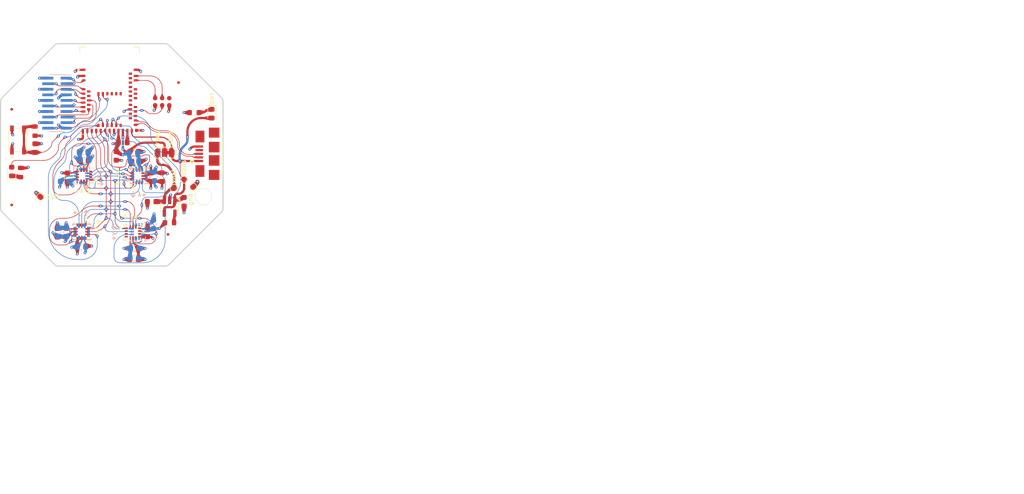
<source format=kicad_pcb>
(kicad_pcb (version 20241229) (generator "pcbnew") (generator_version "9.0")
  (layers (0 "F.Cu" signal) (4 "In1.Cu" signal) (6 "In2.Cu" signal) (2 "B.Cu" signal) (13 "F.Paste" user) (15 "B.Paste" user) (5 "F.SilkS" user "F.Silkscreen") (7 "B.SilkS" user "B.Silkscreen") (1 "F.Mask" user) (3 "B.Mask" user) (25 "Edge.Cuts" user))
  (net 0 "")
  (net 1 "FSYNC")
  (net 2 "GND")
  (net 3 "+1V8")
  (net 4 "Net-(JP2-C)")
  (net 5 "nRST")
  (net 7 "SWCLK")
  (net 12 "SWIO")
  (net 35 "VBUS")
  (net 49 "Net-(U9-DCCH)")
  (net 56 "USB_DP")
  (net 59 "USB_DN")
  (net 60 "CS1")
  (net 66 "SCLK")
  (net 68 "SDI")
  (net 69 "SDO")
  (net 70 "CS2")
  (net 71 "CS3")
  (net 72 "CS4")
  (net 73 "CS5")
  (net 74 "CS6")
  (net 75 "CS7")
  (net 76 "CS8")
  (net 94 "+BATT")
  (net 97 "Net-(D1-K)")
  (net 98 "Net-(D2-K)")
  (net 99 "Net-(U10-PROG)")
  (net 105 "USR_LED")
  (net 107 "IO1")
  (net 108 "IO3")
  (net 109 "IO5")
  (net 110 "IO4")
  (net 111 "IO8")
  (net 112 "IO6")
  (net 113 "IO2")
  (net 114 "IO10")
  (net 115 "IO9")
  (net 116 "IO7")
  (net 117 "Net-(U9-P1.04)")
  (footprint "Capacitor_SMD:C_0603_1608Metric" (layer "F.Cu") (at 83.6 86.975 90)
    (property "Reference" "C25" (hide yes))
    (property "Value" "100n" (hide yes))
  )
  (footprint "Capacitor_SMD:C_0603_1608Metric" (layer "F.Cu") (at 101.775 89.4 180)
    (property "Reference" "C1" (hide yes))
    (property "Value" "10n" (hide yes))
  )
  (footprint "Capacitor_SMD:C_0603_1608Metric" (layer "F.Cu") (at 87.6 102.2 -90)
    (property "Reference" "C9" (hide yes))
    (property "Value" "2.2u" (hide yes))
  )
  (footprint "Capacitor_SMD:C_0603_1608Metric" (layer "F.Cu") (at 92.425 87.6475 180)
    (property "Reference" "C11" (hide yes))
    (property "Value" "100n" (hide yes))
  )
  (footprint "Capacitor_SMD:C_0603_1608Metric" (layer "F.Cu") (at 101.425 87.6)
    (property "Reference" "C28" (hide yes))
    (property "Value" "10u" (hide yes))
  )
  (footprint "Capacitor_SMD:C_0603_1608Metric" (layer "F.Cu") (at 110.4 96.625 -90)
    (property "Reference" "C26" (hide yes))
    (property "Value" "2.2u" (hide yes))
  )
  (footprint "Connector:Tag-Connect_TC2030-IDC-NL_2x03_P1.27mm_Vertical" (layer "F.Cu") (at 106.46 78.635)
    (property "Reference" "J1" (hide yes))
    (property "Value" "TC2030-NL" (hide yes))
  )
  (footprint "MountingHole:MountingHole_2.1mm" (layer "F.Cu") (at 112.5 77.5)
    (property "Reference" "H3" (hide yes))
    (property "Value" "MountingHole" (hide yes))
  )
  (footprint "Capacitor_SMD:C_0603_1608Metric" (layer "F.Cu") (at 104.575 96.6 180)
    (property "Reference" "C29" (hide yes))
    (property "Value" "2.2u" (hide yes))
  )
  (footprint "Capacitor_SMD:C_0603_1608Metric" (layer "F.Cu") (at 106.4475 92.2 90)
    (property "Reference" "C2" (hide yes))
    (property "Value" "100n" (hide yes))
  )
  (footprint "TestPoint:TestPoint_Pad_D1.0mm" (layer "F.Cu") (at 108.6 94.2)
    (property "Reference" "TP5" (hide yes))
    (property "Value" "VBAT" (hide yes))
  )
  (footprint "RF_Module:Raytac_MDBT50Q" (layer "F.Cu") (at 97 76.65)
    (property "Reference" "U9" (hide yes))
    (property "Value" "MDBT50Q-P1MV2" (hide yes))
  )
  (footprint "TestPoint:TestPoint_Pad_D1.0mm" (layer "F.Cu") (at 84.6 95.8)
    (property "Reference" "TP1" (hide yes))
    (property "Value" "1V8" (hide yes))
  )
  (footprint "Capacitor_SMD:C_0603_1608Metric" (layer "F.Cu") (at 89.4 92.2475 -90)
    (property "Reference" "C10" (hide yes))
    (property "Value" "10n" (hide yes))
  )
  (footprint "Fiducial:Fiducial_0.5mm_Mask1.5mm" (layer "F.Cu") (at 107.5 102.5)
    (property "Reference" "FID3" (hide yes))
    (property "Value" "Fiducial" (hide yes))
  )
  (footprint "Resistor_SMD:R_0603_1608Metric" (layer "F.Cu") (at 107.775 100.4)
    (property "Reference" "R6" (hide yes))
    (property "Value" "1K5" (hide yes))
  )
  (footprint "imu-array-lib:LGA14_2.5X3X0.76_IVS" (layer "F.Cu") (at 101.2065 102.15)
    (property "Reference" "U1" (hide yes))
    (property "Value" "ICM-42670-P" (hide yes))
  )
  (footprint "imu-array-lib:LGA14_2.5X3X0.76_IVS" (layer "F.Cu") (at 102.0475 92 90)
    (property "Reference" "U2" (hide yes))
    (property "Value" "ICM-42670-P" (hide yes))
  )
  (footprint "Inductor_SMD:L_0603_1608Metric" (layer "F.Cu") (at 99.3875 86)
    (property "Reference" "L1" (hide yes))
    (property "Value" "10uH" (hide yes))
  )
  (footprint "Jumper:SolderJumper-3_P1.3mm_Bridged12_RoundedPad1.0x1.5mm" (layer "F.Cu") (at 106.9 87.8 180)
    (property "Reference" "JP2" (hide yes))
    (property "Value" "Voltage Selector" (hide yes))
  )
  (footprint "Capacitor_SMD:C_0603_1608Metric" (layer "F.Cu") (at 92.4 89.2475 180)
    (property "Reference" "C12" (hide yes))
    (property "Value" "2.2u" (hide yes))
  )
  (footprint "TestPoint:TestPoint_Pad_D1.0mm" (layer "F.Cu") (at 110.4 92.6 180)
    (property "Reference" "TP3" (hide yes))
    (property "Value" "VBUS" (hide yes))
  )
  (footprint "Fiducial:Fiducial_0.5mm_Mask1.5mm" (layer "F.Cu") (at 79.4 80)
    (property "Reference" "FID2" (hide yes))
    (property "Value" "Fiducial" (hide yes))
  )
  (footprint "Capacitor_SMD:C_0603_1608Metric" (layer "F.Cu") (at 101.4 105)
    (property "Reference" "C5" (hide yes))
    (property "Value" "100n" (hide yes))
  )
  (footprint "imu-array-lib:SW_PTS810_SJM_250_SMTR_LFS" (layer "F.Cu") (at 80.525 85.525 90)
    (property "Reference" "SW1" (hide yes))
    (property "Value" "PTS810" (hide yes))
  )
  (footprint "LED_SMD:LED_0603_1608Metric" (layer "F.Cu") (at 115.4 80.7875 -90)
    (property "Reference" "D1" (hide yes))
    (property "Value" "LED" (hide yes))
  )
  (footprint "Capacitor_SMD:C_0603_1608Metric" (layer "F.Cu") (at 89.2 102.175 -90)
    (property "Reference" "C8" (hide yes))
    (property "Value" "100n" (hide yes))
  )
  (footprint "Capacitor_SMD:C_0603_1608Metric" (layer "F.Cu") (at 103.8 102.15 90)
    (property "Reference" "C4" (hide yes))
    (property "Value" "10n" (hide yes))
  )
  (footprint "imu-array-lib:LGA14_2.5X3X0.76_IVS" (layer "F.Cu") (at 92.4 91.9525 180)
    (property "Reference" "U4" (hide yes))
    (property "Value" "ICM-42670-P" (hide yes))
  )
  (footprint "TestPoint:TestPoint_Pad_D1.0mm" (layer "F.Cu") (at 112 94)
    (property "Reference" "TP2" (hide yes))
    (property "Value" "GND" (hide yes))
  )
  (footprint "LED_SMD:LED_0603_1608Metric" (layer "F.Cu") (at 79.4 91.2 90)
    (property "Reference" "D2" (hide yes))
    (property "Value" "LED" (hide yes))
  )
  (footprint "Capacitor_SMD:C_0603_1608Metric" (layer "F.Cu") (at 91.975 104.6)
    (property "Reference" "C7" (hide yes))
    (property "Value" "10n")
  )
  (footprint "Resistor_SMD:R_0603_1608Metric" (layer "F.Cu") (at 81 91.375 -90)
    (property "Reference" "R4" (hide yes))
    (property "Value" "1K5" (hide yes))
  )
  (footprint "Resistor_SMD:R_0603_1608Metric" (layer "F.Cu") (at 112.225 80.6)
    (property "Reference" "R3" (hide yes))
    (property "Value" "1K5" (hide yes))
  )
  (footprint "Capacitor_SMD:C_0603_1608Metric" (layer "F.Cu") (at 104.4475 92.2 90)
    (property "Reference" "C3" (hide yes))
    (property "Value" "2.2u" (hide yes))
  )
  (footprint "imu-array-lib:AMPHENOL_10118192-0001LF" (layer "F.Cu") (at 113.125 88 90)
    (property "Reference" "J2" (hide yes))
    (property "Value" "USB_B_Micro" (hide yes))
  )
  (footprint "MountingHole:MountingHole_2.1mm" (layer "F.Cu") (at 82.5 77.5)
    (property "Reference" "H4" (hide yes))
    (property "Value" "MountingHole" (hide yes))
  )
  (footprint "MountingHole:MountingHole_2.1mm" (layer "F.Cu") (at 112.5 100)
    (property "Reference" "H2" (hide yes))
    (property "Value" "MountingHole" (hide yes))
  )
  (footprint "Fiducial:Fiducial_0.5mm_Mask1.5mm" (layer "F.Cu") (at 79.4 97.2)
    (property "Reference" "FID4" (hide yes))
    (property "Value" "Fiducial" (hide yes))
  )
  (footprint "Resistor_SMD:R_0603_1608Metric" (layer "F.Cu") (at 83.6 83.925 -90)
    (property "Reference" "R5" (hide yes))
    (property "Value" "10K" (hide yes))
  )
  (footprint "imu-array-lib:LGA14_2.5X3X0.76_IVS" (layer "F.Cu") (at 91.9525 102 -90)
    (property "Reference" "U3" (hide yes))
    (property "Value" "ICM-42670-P" (hide yes))
  )
  (footprint "Package_TO_SOT_SMD:SOT-23-5" (layer "F.Cu") (at 107.8 97.5375 -90)
    (property "Reference" "U10" (hide yes))
    (property "Value" "MCP73812T-420I-OT" (hide yes))
  )
  (footprint "Fiducial:Fiducial_0.5mm_Mask1.5mm" (layer "F.Cu") (at 109.4 75.2)
    (property "Reference" "FID1" (hide yes))
    (property "Value" "Fiducial" (hide yes))
  )
  (footprint "MountingHole:MountingHole_2.1mm" (layer "F.Cu") (at 82.5 100)
    (property "Reference" "H1" (hide yes))
    (property "Value" "MountingHole" (hide yes))
  )
  (footprint "Capacitor_SMD:C_0603_1608Metric" (layer "F.Cu") (at 101.4 107)
    (property "Reference" "C6" (hide yes))
    (property "Value" "2.2u" (hide yes))
  )
  (footprint "Capacitor_SMD:C_0603_1608Metric" (layer "F.Cu") (at 98.2 88.375 -90)
    (property "Reference" "C27" (hide yes))
    (property "Value" "10u" (hide yes))
  )
  (footprint "Capacitor_SMD:C_0603_1608Metric" (layer "B.Cu") (at 89.28 102.075 -90)
    (property "Reference" "C14" (hide yes))
    (property "Value" "100n" (hide yes))
  )
  (footprint "Capacitor_SMD:C_0603_1608Metric" (layer "B.Cu") (at 101.465 89.32)
    (property "Reference" "C22" (hide yes))
    (property "Value" "10n" (hide yes))
  )
  (footprint "Capacitor_SMD:C_0603_1608Metric" (layer "B.Cu") (at 101.265 87.81)
    (property "Reference" "C23" (hide yes))
    (property "Value" "100n" (hide yes))
  )
  (footprint "imu-array-lib:LGA14_2.5X3X0.76_IVS" (layer "B.Cu") (at 102.0475 102 -90)
    (property "Reference" "U5" (hide yes))
    (property "Value" "ICM-42670-P" (hide yes))
  )
  (footprint "Capacitor_SMD:C_0603_1608Metric" (layer "B.Cu") (at 91.925 104.77 180)
    (property "Reference" "C13" (hide yes))
    (property "Value" "10n" (hide yes))
  )
  (footprint "imu-array-lib:LGA14_2.5X3X0.76_IVS" (layer "B.Cu") (at 102.4 91.9525)
    (property "Reference" "U7" (hide yes))
    (property "Value" "ICM-42670-P" (hide yes))
  )
  (footprint "Connector_PinHeader_1.00mm:PinHeader_2x10_P1.00mm_Vertical_SMD" (layer "B.Cu") (at 87.55 78.9 180)
    (property "Reference" "J3" (hide yes))
    (property "Value" "Conn_02x10_Odd_Even" (hide yes))
  )
  (footprint "Capacitor_SMD:C_0603_1608Metric" (layer "B.Cu") (at 87.79 102.075 -90)
    (property "Reference" "C15" (hide yes))
    (property "Value" "2.2u" (hide yes))
  )
  (footprint "Capacitor_SMD:C_0603_1608Metric" (layer "B.Cu") (at 101.55 105)
    (property "Reference" "C17" (hide yes))
    (property "Value" "100n" (hide yes))
  )
  (footprint "Capacitor_SMD:C_0603_1608Metric" (layer "B.Cu") (at 105.1 92.065 -90)
    (property "Reference" "C24" (hide yes))
    (property "Value" "2.2u" (hide yes))
  )
  (footprint "Capacitor_SMD:C_0603_1608Metric" (layer "B.Cu") (at 101.465 106.76)
    (property "Reference" "C18" (hide yes))
    (property "Value" "2.2u" (hide yes))
  )
  (footprint "imu-array-lib:LGA14_2.5X3X0.76_IVS" (layer "B.Cu") (at 92 102.0475 180)
    (property "Reference" "U6" (hide yes))
    (property "Value" "ICM-42670-P" (hide yes))
  )
  (footprint "Capacitor_SMD:C_0603_1608Metric" (layer "B.Cu") (at 104.9 100.675 -90)
    (property "Reference" "C16" (hide yes))
    (property "Value" "10n" (hide yes))
  )
  (footprint "imu-array-lib:LGA14_2.5X3X0.76_IVS" (layer "B.Cu") (at 91.9525 92 90)
    (property "Reference" "U8" (hide yes))
    (property "Value" "ICM-42670-P" (hide yes))
  )
  (footprint "Capacitor_SMD:C_0603_1608Metric" (layer "B.Cu") (at 92.535 89.15 180)
    (property "Reference" "C19" (hide yes))
    (property "Value" "10n" (hide yes))
  )
  (footprint "Capacitor_SMD:C_0603_1608Metric" (layer "B.Cu") (at 92.335 87.66 180)
    (property "Reference" "C20" (hide yes))
    (property "Value" "100n" (hide yes))
  )
  (footprint "Capacitor_SMD:C_0603_1608Metric" (layer "B.Cu") (at 88.935 92.97 180)
    (property "Reference" "C21" (hide yes))
    (property "Value" "2.2u" (hide yes))
  )
  (gr_line (start 93.2 95.2) (end 93.6 94.8) (stroke (width 0.15)) (layer "F.SilkS"))
  (gr_line (start 93.2 94.2) (end 93.2 95.2) (stroke (width 0.15)) (layer "F.SilkS"))
  (gr_circle (center 99 101.4) (end 99.2 101.4) (stroke (width 0.1)) (fill yes) (layer "F.SilkS"))
  (gr_line (start 99.8 100) (end 99.8 99) (stroke (width 0.15)) (layer "F.SilkS"))
  (gr_line (start 107 89.7) (end 108.2 89.7) (stroke (width 0.1)) (layer "F.SilkS"))
  (gr_line (start 99.2 93.2) (end 98.2 93.2) (stroke (width 0.15)) (layer "F.SilkS"))
  (gr_line (start 93.2 95.2) (end 92.8 94.8) (stroke (width 0.15)) (layer "F.SilkS"))
  (gr_circle (center 92.8 99.8) (end 93 99.8) (stroke (width 0.1)) (fill yes) (layer "F.SilkS"))
  (gr_circle (center 94.6 92.8) (end 94.8 92.8) (stroke (width 0.1)) (fill yes) (layer "F.SilkS"))
  (gr_line (start 99.4 99.4) (end 99.8 99) (stroke (width 0.15)) (layer "F.SilkS"))
  (gr_line (start 98.6 93.6) (end 98.2 93.2) (stroke (width 0.15)) (layer "F.SilkS"))
  (gr_line (start 107 89.1) (end 107 89.7) (stroke (width 0.1)) (layer "F.SilkS"))
  (gr_line (start 95.2 100.2) (end 94.8 100.6) (stroke (width 0.15)) (layer "F.SilkS"))
  (gr_line (start 95.2 100.2) (end 94.8 99.8) (stroke (width 0.15)) (layer "F.SilkS"))
  (gr_line (start 108.2 89.7) (end 108.2 89.1) (stroke (width 0.1)) (layer "F.SilkS"))
  (gr_line (start 94.8 99.8) (end 95.2 100.2) (stroke (width 0.15)) (layer "F.SilkS"))
  (gr_line (start 93.6 94.8) (end 93.2 95.2) (stroke (width 0.15)) (layer "F.SilkS"))
  (gr_line (start 99.8 99) (end 100.2 99.4) (stroke (width 0.15)) (layer "F.SilkS"))
  (gr_line (start 98.2 93.2) (end 98.6 93.6) (stroke (width 0.15)) (layer "F.SilkS"))
  (gr_line (start 99.8 99) (end 99.4 99.4) (stroke (width 0.15)) (layer "F.SilkS"))
  (gr_line (start 94.2 100.2) (end 95.2 100.2) (stroke (width 0.15)) (layer "F.SilkS"))
  (gr_line (start 98.2 93.2) (end 98.6 92.8) (stroke (width 0.15)) (layer "F.SilkS"))
  (gr_circle (center 101.2 94.2) (end 101.4 94.2) (stroke (width 0.1)) (fill yes) (layer "F.SilkS"))
  (gr_line (start 92.8 98.2) (end 92.4 98.6) (stroke (width 0.15)) (layer "B.SilkS"))
  (gr_line (start 97.8 101.6) (end 97.4 101.2) (stroke (width 0.15)) (layer "B.SilkS"))
  (gr_line (start 97.4 101.2) (end 97.8 100.8) (stroke (width 0.15)) (layer "B.SilkS"))
  (gr_line (start 101.2 95.8) (end 100.8 95.4) (stroke (width 0.15)) (layer "B.SilkS"))
  (gr_line (start 101.2 94.8) (end 101.2 95.8) (stroke (width 0.15)) (layer "B.SilkS"))
  (gr_circle (center 92.8 94.2) (end 93 94.2) (stroke (width 0.1)) (fill yes) (layer "B.SilkS"))
  (gr_circle (center 94 101.2) (end 94.2 101.2) (stroke (width 0.1)) (fill yes) (layer "B.SilkS"))
  (gr_line (start 95.4 93) (end 95.8 93.4) (stroke (width 0.15)) (layer "B.SilkS"))
  (gr_line (start 95.8 93.4) (end 95.4 93) (stroke (width 0.15)) (layer "B.SilkS"))
  (gr_line (start 92.8 98.2) (end 93.2 98.6) (stroke (width 0.15)) (layer "B.SilkS"))
  (gr_line (start 92.8 99.2) (end 92.8 98.2) (stroke (width 0.15)) (layer "B.SilkS"))
  (gr_line (start 101.2 95.8) (end 101.6 95.4) (stroke (width 0.15)) (layer "B.SilkS"))
  (gr_circle (center 100.2 92.8) (end 100.4 92.8) (stroke (width 0.1)) (fill yes) (layer "B.SilkS"))
  (gr_line (start 97.4 101.2) (end 97.8 101.6) (stroke (width 0.15)) (layer "B.SilkS"))
  (gr_line (start 95.8 93.4) (end 95.4 93.8) (stroke (width 0.15)) (layer "B.SilkS"))
  (gr_line (start 94.8 93.4) (end 95.8 93.4) (stroke (width 0.15)) (layer "B.SilkS"))
  (gr_line (start 92.4 98.6) (end 92.8 98.2) (stroke (width 0.15)) (layer "B.SilkS"))
  (gr_line (start 98.4 101.2) (end 97.4 101.2) (stroke (width 0.15)) (layer "B.SilkS"))
  (gr_circle (center 101.2 99.8) (end 101.4 99.8) (stroke (width 0.1)) (fill yes) (layer "B.SilkS"))
  (gr_line (start 101.6 95.4) (end 101.2 95.8) (stroke (width 0.15)) (layer "B.SilkS"))
  (gr_line (start 87.814214 108.2) (end 106.985786 108.2) (stroke (width 0.2)) (layer "Edge.Cuts"))
  (gr_line (start 113.607107 94.2) (end 114.192893 94.2) (stroke (width 0.05)) (layer "Edge.Cuts"))
  (gr_line (start 107.692893 107.907107) (end 117.107107 98.492893) (stroke (width 0.2)) (layer "Edge.Cuts"))
  (gr_arc (start 115.253554 95.053554) (mid 115.36194 95.215766) (end 115.4 95.407107) (stroke (width 0.05)) (layer "Edge.Cuts"))
  (gr_arc (start 117.4 97.785786) (mid 117.32388 98.168469) (end 117.107107 98.492893) (stroke (width 0.2)) (layer "Edge.Cuts"))
  (gr_line (start 112.4 95.407107) (end 112.4 95.992893) (stroke (width 0.05)) (layer "Edge.Cuts"))
  (gr_line (start 114.546447 94.346447) (end 115.253554 95.053554) (stroke (width 0.05)) (layer "Edge.Cuts"))
  (gr_line (start 117.107107 77.907107) (end 107.692893 68.492893) (stroke (width 0.2)) (layer "Edge.Cuts"))
  (gr_arc (start 77.4 78.614214) (mid 77.47612 78.231531) (end 77.692893 77.907107) (stroke (width 0.2)) (layer "Edge.Cuts"))
  (gr_arc (start 113.253553 94.346447) (mid 113.415765 94.238063) (end 113.607107 94.2) (stroke (width 0.05)) (layer "Edge.Cuts"))
  (gr_line (start 113.607107 97.2) (end 114.192893 97.2) (stroke (width 0.05)) (layer "Edge.Cuts"))
  (gr_arc (start 117.107107 77.907107) (mid 117.32388 78.23153) (end 117.4 78.614214) (stroke (width 0.2)) (layer "Edge.Cuts"))
  (gr_arc (start 112.4 95.407107) (mid 112.43806 95.215766) (end 112.546446 95.053554) (stroke (width 0.05)) (layer "Edge.Cuts"))
  (gr_line (start 113.253553 94.346447) (end 112.546446 95.053554) (stroke (width 0.05)) (layer "Edge.Cuts"))
  (gr_line (start 77.692893 98.492893) (end 87.107107 107.907107) (stroke (width 0.2)) (layer "Edge.Cuts"))
  (gr_line (start 114.546447 97.053553) (end 115.253554 96.346446) (stroke (width 0.05)) (layer "Edge.Cuts"))
  (gr_arc (start 115.4 95.992893) (mid 115.361942 96.184236) (end 115.253554 96.346446) (stroke (width 0.05)) (layer "Edge.Cuts"))
  (gr_arc (start 114.192893 94.2) (mid 114.384235 94.23806) (end 114.546447 94.346447) (stroke (width 0.05)) (layer "Edge.Cuts"))
  (gr_arc (start 107.692893 107.907107) (mid 107.368469 108.123875) (end 106.985786 108.2) (stroke (width 0.2)) (layer "Edge.Cuts"))
  (gr_arc (start 87.814214 108.2) (mid 87.431531 108.12388) (end 87.107107 107.907107) (stroke (width 0.2)) (layer "Edge.Cuts"))
  (gr_line (start 77.4 78.614214) (end 77.4 97.785786) (stroke (width 0.2)) (layer "Edge.Cuts"))
  (gr_line (start 113.253553 97.053553) (end 112.546446 96.346446) (stroke (width 0.05)) (layer "Edge.Cuts"))
  (gr_arc (start 87.107107 68.492893) (mid 87.43153 68.27612) (end 87.814214 68.2) (stroke (width 0.2)) (layer "Edge.Cuts"))
  (gr_arc (start 112.546446 96.346446) (mid 112.438062 96.184234) (end 112.4 95.992893) (stroke (width 0.05)) (layer "Edge.Cuts"))
  (gr_arc (start 114.546447 97.053553) (mid 114.384235 97.16194) (end 114.192893 97.2) (stroke (width 0.05)) (layer "Edge.Cuts"))
  (gr_arc (start 113.607107 97.2) (mid 113.415765 97.16194) (end 113.253553 97.053553) (stroke (width 0.05)) (layer "Edge.Cuts"))
  (gr_arc (start 106.985786 68.2) (mid 107.368472 68.276116) (end 107.692893 68.492893) (stroke (width 0.2)) (layer "Edge.Cuts"))
  (gr_line (start 117.4 97.785786) (end 117.4 78.614214) (stroke (width 0.2)) (layer "Edge.Cuts"))
  (gr_arc (start 77.692893 98.492893) (mid 77.476125 98.168469) (end 77.4 97.785786) (stroke (width 0.2)) (layer "Edge.Cuts"))
  (gr_line (start 115.4 95.407107) (end 115.4 95.992893) (stroke (width 0.05)) (layer "Edge.Cuts"))
  (gr_line (start 106.985786 68.2) (end 87.814214 68.2) (stroke (width 0.2)) (layer "Edge.Cuts"))
  (gr_line (start 87.107107 68.492893) (end 77.692893 77.907107) (stroke (width 0.2)) (layer "Edge.Cuts"))
  (gr_text "vbus" (at 108.4 86.6 90) (layer "F.SilkS") (effects (font (size 0.8 0.8)) (justify left bottom)))
  (gr_text "y+" (at 92.4 94.4 180) (layer "F.SilkS") (effects (font (size 0.8 0.8)) (justify left bottom)))
  (gr_text "vbat" (at 109 93.4 90) (layer "F.SilkS") (effects (font (size 0.8 0.8)) (justify left bottom)))
  (gr_text "vbus" (at 110.8 91.9 90) (layer "F.SilkS") (effects (font (size 0.8 0.8)) (justify left bottom)))
  (gr_text "gnd" (at 112 97.4 90) (layer "F.SilkS") (effects (font (size 0.8 0.8)) (justify left bottom)))
  (gr_text "y+" (at 100.6 99.8 0) (layer "F.SilkS") (effects (font (size 0.8 0.8)) (justify left bottom)))
  (gr_text "pwr" (at 115.8 79.2 90) (layer "F.SilkS") (effects (font (size 0.8 0.8)) (justify left bottom)))
  (gr_text "y+" (at 94.4 101 270) (layer "F.SilkS") (effects (font (size 0.8 0.8)) (justify left bottom)))
  (gr_text "1V8" (at 85.6 96.2 0) (layer "F.SilkS") (effects (font (size 0.8 0.8)) (justify left bottom)))
  (gr_text "vbat" (at 106 86.6 90) (layer "F.SilkS") (effects (font (size 0.8 0.8) (thickness 0.15) (bold yes)) (justify left bottom)))
  (gr_text "y+" (at 99 92.4 90) (layer "F.SilkS") (effects (font (size 0.8 0.8)) (justify left bottom)))
  (gr_text "y+" (at 102 95 180) (layer "B.SilkS") (effects (font (size 0.8 0.8)) (justify left bottom mirror)))
  (gr_text "y+" (at 92 99 0) (layer "B.SilkS") (effects (font (size 0.8 0.8)) (justify left bottom mirror)))
  (gr_text "y+" (at 98.2 102 90) (layer "B.SilkS") (effects (font (size 0.8 0.8)) (justify left bottom mirror)))
  (gr_text "y+" (at 95 92.6 270) (layer "B.SilkS") (effects (font (size 0.8 0.8)) (justify left bottom mirror)))
  (segment (start 102.858578 88.4) (end 101.365685 88.4) (width 0.1) (layer "F.Cu") (net 1))
  (segment (start 91.880761 98.319238) (end 91.7 98.5) (width 0.1) (layer "F.Cu") (net 1))
  (segment (start 95.4 84.2) (end 95.4 83.8) (width 0.1) (layer "F.Cu") (net 1))
  (segment (start 91.900001 90.712133) (end 91.900001 91) (width 0.1) (layer "F.Cu") (net 1))
  (segment (start 104.294974 100.094974) (end 104.622182 100.422182) (width 0.1) (layer "F.Cu") (net 1))
  (segment (start 98.8 98.917157) (end 98.8 90.8) (width 0.1) (layer "F.Cu") (net 1))
  (segment (start 105.4 102.834314) (end 105.4 102.3) (width 0.1) (layer "F.Cu") (net 1))
  (segment (start 103.858578 88.2) (end 103.341421 88.2) (width 0.1) (layer "F.Cu") (net 1))
  (segment (start 100 89.717157) (end 100 89.6) (width 0.1) (layer "F.Cu") (net 1))
  (segment (start 100.399999 88.799999) (end 100.282842 88.917157) (width 0.1) (layer "F.Cu") (net 1))
  (segment (start 89.799999 103.999999) (end 89.917157 103.882842) (width 0.1) (layer "F.Cu") (net 1))
  (segment (start 103.6 91.329288) (end 103.6 90) (width 0.1) (layer "F.Cu") (net 1))
  (segment (start 101.706499 103.404499) (end 101.706499 103.1025) (width 0.1) (layer "F.Cu") (net 1))
  (segment (start 98.4 90.4) (end 99.2 90.4) (width 0.1) (layer "F.Cu") (net 1))
  (segment (start 104.2 88.975735) (end 104.2 88.541421) (width 0.1) (layer "F.Cu") (net 1))
  (segment (start 96.8 86.989949) (end 96.8 89.034314) (width 0.1) (layer "F.Cu") (net 1))
  (segment (start 96.1 85.3) (end 95.682842 84.882842) (width 0.1) (layer "F.Cu") (net 1))
  (segment (start 93.2 86.2) (end 91.565685 86.2) (width 0.1) (layer "F.Cu") (net 1))
  (segment (start 86.2 102.692893) (end 86.2 101.648528) (width 0.1) (layer "F.Cu") (net 1))
  (segment (start 103.429287 91.500001) (end 103 91.500001) (width 0.1) (layer "F.Cu") (net 1))
  (segment (start 104.034314 104.2) (end 102.548957 104.2) (width 0.1) (layer "F.Cu") (net 1))
  (segment (start 89.044365 99.6) (end 88.248528 99.6) (width 0.1) (layer "F.Cu") (net 1))
  (segment (start 99.317157 90.4) (end 99.2 90.4) (width 0.1) (layer "F.Cu") (net 1))
  (segment (start 90.2 103.012132) (end 90.2 103.2) (width 0.1) (layer "F.Cu") (net 1))
  (segment (start 99 99.4) (end 99.2 99.6) (width 0.1) (layer "F.Cu") (net 1))
  (segment (start 102.4 99.6) (end 103.1 99.6) (width 0.1) (layer "F.Cu") (net 1))
  (segment (start 90.2 89.517157) (end 90.2 87.565685) (width 0.1) (layer "F.Cu") (net 1))
  (segment (start 103.9 89.7) (end 103.6 90) (width 0.1) (layer "F.Cu") (net 1))
  (segment (start 90.712133 102.499999) (end 91 102.499999) (width 0.1) (layer "F.Cu") (net 1))
  (segment (start 88.834314 104.4) (end 87.907106 104.4) (width 0.1) (layer "F.Cu") (net 1))
  (segment (start 101.953249 103.953249) (end 101.920044 103.920044) (width 0.1) (layer "F.Cu") (net 1))
  (segment (start 91.387867 90.2) (end 90.882842 90.2) (width 0.1) (layer "F.Cu") (net 1))
  (segment (start 94.1 97.4) (end 95.4 97.4) (width 0.1) (layer "F.Cu") (net 1))
  (segment (start 98.165685 90.4) (end 98.4 90.4) (width 0.1) (layer "F.Cu") (net 1))
  (via (at 102.4 99.6) (size 0.5) (drill 0.2) (layers "F.Cu" "B.Cu") (net 1))
  (via (at 98.8 97.4) (size 0.5) (drill 0.2) (layers "F.Cu" "B.Cu") (net 1))
  (via (at 99.2 99.6) (size 0.5) (drill 0.2) (layers "F.Cu" "B.Cu") (net 1))
  (via (at 90.2 89.6) (size 0.5) (drill 0.2) (layers "F.Cu" "B.Cu") (net 1))
  (via (at 93.2 86.2) (size 0.5) (drill 0.2) (layers "F.Cu" "B.Cu") (net 1))
  (via (at 105.4 102.4) (size 0.5) (drill 0.2) (layers "F.Cu" "B.Cu") (net 1))
  (via (at 103.6 90) (size 0.5) (drill 0.2) (layers "F.Cu" "B.Cu") (net 1))
  (via (at 90 103.8) (size 0.5) (drill 0.2) (layers "F.Cu" "B.Cu") (net 1))
  (via (at 95.4 97.4) (size 0.5) (drill 0.2) (layers "F.Cu" "B.Cu") (net 1))
  (via (at 96.2 85.4) (size 0.5) (drill 0.2) (layers "F.Cu" "B.Cu") (net 1))
  (arc (start 103.341421 88.2) (mid 103.210764 88.225989) (end 103.1 88.3) (width 0.1) (layer "F.Cu") (net 1))
  (arc (start 104.1 88.3) (mid 104.17401 88.410764) (end 104.2 88.541421) (width 0.1) (layer "F.Cu") (net 1))
  (arc (start 100.282842 88.917157) (mid 100.073508 89.230448) (end 100 89.6) (width 0.1) (layer "F.Cu") (net 1))
  (arc (start 94.1 97.4) (mid 92.898956 97.638902) (end 91.880761 98.319238) (width 0.1) (layer "F.Cu") (net 1))
  (arc (start 101.706499 103.404499) (mid 101.761997 103.68351) (end 101.920044 103.920044) (width 0.1) (layer "F.Cu") (net 1))
  (arc (start 89.799999 103.999999) (mid 89.356939 104.296043) (end 88.834314 104.4) (width 0.1) (layer "F.Cu") (net 1))
  (arc (start 86.7 103.9) (mid 87.253825 104.270054) (end 87.907106 104.4) (width 0.1) (layer "F.Cu") (net 1))
  (arc (start 104.2 88.975735) (mid 104.122032 89.367704) (end 103.9 89.7) (width 0.1) (layer "F.Cu") (net 1))
  (arc (start 91.75 90.35) (mid 91.861017 90.516148) (end 91.900001 90.712133) (width 0.1) (layer "F.Cu") (net 1))
  (arc (start 97.2 90) (mid 97.64306 90.296043) (end 98.165685 90.4) (width 0.1) (layer "F.Cu") (net 1))
  (arc (start 91.7 98.5) (mid 90.481584 99.314119) (end 89.044365 99.6) (width 0.1) (layer "F.Cu") (net 1))
  (arc (start 91.565685 86.2) (mid 91.04306 86.303956) (end 90.6 86.6) (width 0.1) (layer "F.Cu") (net 1))
  (arc (start 103.1 88.3) (mid 102.989234 88.37401) (end 102.858578 88.4) (width 0.1) (layer "F.Cu") (net 1))
  (arc (start 103.6 91.329288) (mid 103.587005 91.394617) (end 103.549999 91.45) (width 0.1) (layer "F.Cu") (net 1))
  (arc (start 99.2 90.4) (mid 98.917157 90.517157) (end 98.8 90.8) (width 0.1) (layer "F.Cu") (net 1))
  (arc (start 86.8 100.2) (mid 86.355934 100.86459) (end 86.2 101.648528) (width 0.1) (layer "F.Cu") (net 1))
  (arc (start 95.4 84.2) (mid 95.473508 84.569551) (end 95.682842 84.882842) (width 0.1) (layer "F.Cu") (net 1))
  (arc (start 101.365685 88.4) (mid 100.843059 88.503956) (end 100.399999 88.799999) (width 0.1) (layer "F.Cu") (net 1))
  (arc (start 96.1 85.3) (mid 96.618075 86.075355) (end 96.8 86.989949) (width 0.1) (layer "F.Cu") (net 1))
  (arc (start 90.6 86.6) (mid 90.303956 87.04306) (end 90.2 87.565685) (width 0.1) (layer "F.Cu") (net 1))
  (arc (start 90.35 102.649999) (mid 90.238983 102.816147) (end 90.2 103.012132) (width 0.1) (layer "F.Cu") (net 1))
  (arc (start 100 89.717157) (mid 99.948021 89.978469) (end 99.8 90.2) (width 0.1) (layer "F.Cu") (net 1))
  (arc (start 104.294974 100.094974) (mid 103.746715 99.728639) (end 103.1 99.6) (width 0.1) (layer "F.Cu") (net 1))
  (arc (start 90.2 103.2) (mid 90.126491 103.569551) (end 89.917157 103.882842) (width 0.1) (layer "F.Cu") (net 1))
  (arc (start 96.8 89.034314) (mid 96.903956 89.556939) (end 97.2 90) (width 0.1) (layer "F.Cu") (net 1))
  (arc (start 90.712133 102.499999) (mid 90.516148 102.538982) (end 90.35 102.649999) (width 0.1) (layer "F.Cu") (net 1))
  (arc (start 90.2 89.517157) (mid 90.251978 89.778469) (end 90.4 90) (width 0.1) (layer "F.Cu") (net 1))
  (arc (start 105 103.8) (mid 104.556939 104.096043) (end 104.034314 104.2) (width 0.1) (layer "F.Cu") (net 1))
  (arc (start 90.4 90) (mid 90.621529 90.148021) (end 90.882842 90.2) (width 0.1) (layer "F.Cu") (net 1))
  (arc (start 86.2 102.692893) (mid 86.329945 103.346174) (end 86.7 103.9) (width 0.1) (layer "F.Cu") (net 1))
  (arc (start 88.248528 99.6) (mid 87.46459 99.755934) (end 86.8 100.2) (width 0.1) (layer "F.Cu") (net 1))
  (arc (start 98.8 98.917157) (mid 98.851978 99.178469) (end 99 99.4) (width 0.1) (layer "F.Cu") (net 1))
  (arc (start 99.8 90.2) (mid 99.578469 90.348021) (end 99.317157 90.4) (width 0.1) (layer "F.Cu") (net 1))
  (arc (start 105.4 102.834314) (mid 105.296043 103.356939) (end 105 103.8) (width 0.1) (layer "F.Cu") (net 1))
  (arc (start 104.1 88.3) (mid 103.989234 88.225989) (end 103.858578 88.2) (width 0.1) (layer "F.Cu") (net 1))
  (arc (start 98.8 90.8) (mid 98.682842 90.517157) (end 98.4 90.4) (width 0.1) (layer "F.Cu") (net 1))
  (arc (start 103.549999 91.45) (mid 103.494616 91.487006) (end 103.429287 91.500001) (width 0.1) (layer "F.Cu") (net 1))
  (arc (start 104.622182 100.422182) (mid 105.197851 101.283732) (end 105.4 102.3) (width 0.1) (layer "F.Cu") (net 1))
  (arc (start 101.953249 103.953249) (mid 102.226562 104.135871) (end 102.548957 104.2) (width 0.1) (layer "F.Cu") (net 1))
  (arc (start 91.75 90.35) (mid 91.583852 90.238983) (end 91.387867 90.2) (width 0.1) (layer "F.Cu") (net 1))
  (segment (start 102.4 99.6) (end 99.2 99.6) (width 0.1) (layer "B.Cu") (net 1))
  (segment (start 89.8 90.646445) (end 89.8 90.282842) (width 0.1) (layer "B.Cu") (net 1))
  (segment (start 91.500001 103.629287) (end 91.500001 103) (width 0.1) (layer "B.Cu") (net 1))
  (segment (start 105.4 102.4) (end 104.870709 102.4) (width 0.1) (layer "B.Cu") (net 1))
  (segment (start 103.6 90) (end 103.4 90) (width 0.1) (layer "B.Cu") (net 1))
  (segment (start 95.8 85.8) (end 96.2 85.4) (width 0.1) (layer "B.Cu") (net 1))
  (segment (start 90.65 91.500001) (end 91 91.500001) (width 0.1) (layer "B.Cu") (net 1))
  (segment (start 102.899999 90.512133) (end 102.899999 91) (width 0.1) (layer "B.Cu") (net 1))
  (segment (start 90 103.8) (end 91.329288 103.8) (width 0.1) (layer "B.Cu") (net 1))
  (segment (start 103.049999 90.15) (end 103.058578 90.141421) (width 0.1) (layer "B.Cu") (net 1))
  (segment (start 104.629291 102.499999) (end 103 102.499999) (width 0.1) (layer "B.Cu") (net 1))
  (segment (start 90.05 91.25) (end 90.052513 91.252513) (width 0.1) (layer "B.Cu") (net 1))
  (segment (start 98.8 97.4) (end 95.4 97.4) (width 0.1) (layer "B.Cu") (net 1))
  (segment (start 94.834314 86.2) (end 93.2 86.2) (width 0.1) (layer "B.Cu") (net 1))
  (segment (start 90.2 89.6) (end 90 89.8) (width 0.1) (layer "B.Cu") (net 1))
  (arc (start 91.45 103.749999) (mid 91.394617 103.787005) (end 91.329288 103.8) (width 0.1) (layer "B.Cu") (net 1))
  (arc (start 91.500001 103.629287) (mid 91.487006 103.694616) (end 91.45 103.749999) (width 0.1) (layer "B.Cu") (net 1))
  (arc (start 103.4 90) (mid 103.215223 90.036754) (end 103.058578 90.141421) (width 0.1) (layer "B.Cu") (net 1))
  (arc (start 104.870709 102.4) (mid 104.805382 102.412994) (end 104.75 102.449999) (width 0.1) (layer "B.Cu") (net 1))
  (arc (start 90 89.8) (mid 89.851978 90.021529) (end 89.8 90.282842) (width 0.1) (layer "B.Cu") (net 1))
  (arc (start 90.052513 91.252513) (mid 90.326642 91.43568) (end 90.65 91.500001) (width 0.1) (layer "B.Cu") (net 1))
  (arc (start 89.8 90.646445) (mid 89.864972 90.973086) (end 90.05 91.25) (width 0.1) (layer "B.Cu") (net 1))
  (arc (start 95.8 85.8) (mid 95.356939 86.096043) (end 94.834314 86.2) (width 0.1) (layer "B.Cu") (net 1))
  (arc (start 103.049999 90.15) (mid 102.938982 90.316148) (end 102.899999 90.512133) (width 0.1) (layer "B.Cu") (net 1))
  (arc (start 104.75 102.449999) (mid 104.694618 102.487004) (end 104.629291 102.499999) (width 0.1) (layer "B.Cu") (net 1))
  (segment (start 91.541421 74) (end 92.35 74) (width 0.4) (layer "F.Cu") (net 2))
  (segment (start 112.253553 86.7) (end 113.125 86.7) (width 0.4) (layer "F.Cu") (net 2))
  (segment (start 107.101256 91.425) (end 106.4475 91.425) (width 0.4) (layer "F.Cu") (net 2))
  (segment (start 103.8 97.8) (end 103.8 96.6) (width 0.4) (layer "F.Cu") (net 2))
  (segment (start 101.2065 103.5545) (end 101.2065 103.1025) (width 0.2) (layer "F.Cu") (net 2))
  (segment (start 100.8 90.2) (end 100.6 90.4) (width 0.4) (layer "F.Cu") (net 2))
  (segment (start 93.8 104.6) (end 92.75 104.6) (width 0.4) (layer "F.Cu") (net 2))
  (segment (start 106.932322 100.467677) (end 106 101.4) (width 0.2) (layer "F.Cu") (net 2))
  (segment (start 110.4 98.6) (end 110.4 97.4) (width 0.4) (layer "F.Cu") (net 2))
  (segment (start 107.73 80.178076) (end 107.73 79.27) (width 0.4) (layer "F.Cu") (net 2))
  (segment (start 91.2 74.2) (end 91.3 74.1) (width 0.4) (layer "F.Cu") (net 2))
  (segment (start 91.384744 89.184744) (end 90.8 88.6) (width 0.4) (layer "F.Cu") (net 2))
  (segment (start 91.858578 85.4) (end 91.4 85.4) (width 0.4) (layer "F.Cu") (net 2))
  (segment (start 101 89.717157) (end 101 89.4) (width 0.4) (layer "F.Cu") (net 2))
  (segment (start 92.054401 89.676901) (end 91.6375 89.26) (width 0.2) (layer "F.Cu") (net 2))
  (segment (start 79.45 86.456066) (end 79.45 87.6) (width 0.4) (layer "F.Cu") (net 2))
  (segment (start 107.3125 91.5125) (end 107.4 91.6) (width 0.4) (layer "F.Cu") (net 2))
  (segment (start 89.2 102.95) (end 87.642677 102.95) (width 0.2) (layer "F.Cu") (net 2))
  (segment (start 101.526112 104.326112) (end 102.166161 104.966161) (width 0.2) (layer "F.Cu") (net 2))
  (segment (start 82.4 90.4) (end 82.325 90.475) (width 0.4) (layer "F.Cu") (net 2))
  (segment (start 90.575 102) (end 91 102) (width 0.2) (layer "F.Cu") (net 2))
  (segment (start 84.8 86.2) (end 83.6 86.2) (width 0.4) (layer "F.Cu") (net 2))
  (segment (start 107.9 95.5) (end 108 95.4) (width 0.4) (layer "F.Cu") (net 2))
  (segment (start 103.465913 92) (end 103 92) (width 0.2) (layer "F.Cu") (net 2))
  (segment (start 112.729289 93.27071) (end 112 94) (width 0.7) (layer "F.Cu") (net 2))
  (segment (start 104.4475 91.425) (end 106.4475 91.425) (width 0.2) (layer "F.Cu") (net 2))
  (segment (start 91.65 89.204822) (end 91.65 87.69625) (width 0.2) (layer "F.Cu") (net 2))
  (segment (start 107.8 95.741421) (end 107.8 96.4) (width 0.4) (layer "F.Cu") (net 2))
  (segment (start 86.8125 102.2) (end 86.8 102.2) (width 0.4) (layer "F.Cu") (net 2))
  (segment (start 103.8 100.4) (end 103.8 101.375) (width 0.4) (layer "F.Cu") (net 2))
  (segment (start 82.143933 90.55) (end 81 90.55) (width 0.4) (layer "F.Cu") (net 2))
  (segment (start 102.175 105.0125) (end 102.175 104.9875) (width 0.2) (layer "F.Cu") (net 2))
  (segment (start 106.95 100.425) (end 106.95 100.4) (width 0.2) (layer "F.Cu") (net 2))
  (segment (start 92.2 85.058578) (end 92.2 83.8) (width 0.4) (layer "F.Cu") (net 2))
  (segment (start 102.087867 72.9) (end 101.65 72.9) (width 0.4) (layer "F.Cu") (net 2))
  (segment (start 89.2 103.458578) (end 89.2 102.95) (width 0.4) (layer "F.Cu") (net 2))
  (segment (start 90.8 73.2) (end 90.95 73.05) (width 0.4) (layer "F.Cu") (net 2))
  (segment (start 79.6 84.6) (end 79.525 84.525) (width 0.4) (layer "F.Cu") (net 2))
  (segment (start 79.6 86.2) (end 79.525 86.275) (width 0.4) (layer "F.Cu") (net 2))
  (segment (start 99.114644 89.15) (end 98.2 89.15) (width 0.4) (layer "F.Cu") (net 2))
  (segment (start 89.2 102.95) (end 89.849479 102.30052) (width 0.2) (layer "F.Cu") (net 2))
  (segment (start 91.312132 72.9) (end 92.35 72.9) (width 0.4) (layer "F.Cu") (net 2))
  (segment (start 112.8 93) (end 112.8 93.1) (width 0.7) (layer "F.Cu") (net 2))
  (segment (start 107.6 80.4) (end 107.665 80.335) (width 0.4) (layer "F.Cu") (net 2))
  (segment (start 89.1 103.7) (end 89 103.8) (width 0.4) (layer "F.Cu") (net 2))
  (segment (start 102.175 107) (end 102.175 105.0125) (width 0.2) (layer "F.Cu") (net 2))
  (segment (start 110.4 80.6) (end 111.4 80.6) (width 0.4) (layer "F.Cu") (net 2))
  (segment (start 89.4 94) (end 89.4 93.0225) (width 0.4) (layer "F.Cu") (net 2))
  (segment (start 79.45 84.343933) (end 79.45 83.45) (width 0.4) (layer "F.Cu") (net 2))
  (segment (start 103 83.8) (end 101.8 83.8) (width 0.4) (layer "F.Cu") (net 2))
  (segment (start 102.175 107) (end 103.4 107) (width 0.4) (layer "F.Cu") (net 2))
  (segment (start 104.16 91.7125) (end 104.4475 91.425) (width 0.2) (layer "F.Cu") (net 2))
  (segment (start 99.2 89.2) (end 99.175 89.175) (width 0.4) (layer "F.Cu") (net 2))
  (segment (start 87.5875 102.9625) (end 86.833838 102.208838) (width 0.4) (layer "F.Cu") (net 2))
  (segment (start 92.4 90.51125) (end 92.4 91) (width 0.2) (layer "F.Cu") (net 2))
  (segment (start 104.4475 90.281087) (end 104.4475 91.425) (width 0.4) (layer "F.Cu") (net 2))
  (segment (start 103.2 87.6) (end 102.2 87.6) (width 0.4) (layer "F.Cu") (net 2))
  (segment (start 102.45 73.05) (end 102.6 73.2) (width 0.4) (layer "F.Cu") (net 2))
  (segment (start 103.4 105) (end 102.1875 105) (width 0.4) (layer "F.Cu") (net 2))
  (segment (start 104.4 90.2) (end 104.42375 90.22375) (width 0.4) (layer "F.Cu") (net 2))
  (segment (start 91.65 87.59875) (end 91.65 87.69625) (width 0.4) (layer "F.Cu") (net 2))
  (segment (start 111.65 86.95) (end 111.4 87.2) (width 0.4) (layer "F.Cu") (net 2))
  (segment (start 91.607322 89.2475) (end 91.53625 89.2475) (width 0.4) (layer "F.Cu") (net 2))
  (segment (start 91.684471 87.515528) (end 92.4 86.8) (width 0.4) (layer "F.Cu") (net 2))
  (via (at 91.2 74.2) (size 0.5) (drill 0.2) (layers "F.Cu" "B.Cu") (net 2))
  (via (at 90.6 79.2) (size 0.5) (drill 0.2) (layers "F.Cu" "B.Cu") (net 2))
  (via (at 84.8 86.2) (size 0.5) (drill 0.2) (layers "F.Cu" "B.Cu") (net 2))
  (via (at 99.2 89.2) (size 0.5) (drill 0.2) (layers "F.Cu" "B.Cu") (net 2))
  (via (at 90.8 73.2) (size 0.5) (drill 0.2) (layers "F.Cu" "B.Cu") (net 2))
  (via (at 90.6 81.4) (size 0.5) (drill 0.2) (layers "F.Cu" "B.Cu") (net 2))
  (via (at 90.8 88.6) (size 0.5) (drill 0.2) (layers "F.Cu" "B.Cu") (net 2))
  (via (at 112.8 93) (size 0.5) (drill 0.2) (layers "F.Cu" "B.Cu") (net 2))
  (via (at 91.4 85.4) (size 0.5) (drill 0.2) (layers "F.Cu" "B.Cu") (net 2))
  (via (at 104.4 90.2) (size 0.5) (drill 0.2) (layers "F.Cu" "B.Cu") (net 2))
  (via (at 90.2 104.8) (size 0.5) (drill 0.2) (layers "F.Cu" "B.Cu") (net 2))
  (via (at 87.8 78) (size 0.5) (drill 0.2) (layers "F.Cu" "B.Cu") (net 2))
  (via (at 89 103.8) (size 0.5) (drill 0.2) (layers "F.Cu" "B.Cu") (net 2))
  (via (at 105.4 94) (size 0.5) (drill 0.2) (layers "F.Cu" "B.Cu") (net 2))
  (via (at 84.4 78.4) (size 0.5) (drill 0.2) (layers "F.Cu" "B.Cu") (net 2))
  (via (at 110.4 98.6) (size 0.5) (drill 0.2) (layers "F.Cu" "B.Cu") (net 2))
  (via (at 111.4 87.2) (size 0.5) (drill 0.2) (layers "F.Cu" "B.Cu") (net 2))
  (via (at 103.8 97.8) (size 0.5) (drill 0.2) (layers "F.Cu" "B.Cu") (net 2))
  (via (at 102.6 73.2) (size 0.5) (drill 0.2) (layers "F.Cu" "B.Cu") (net 2))
  (via (at 100.6 90.4) (size 0.5) (drill 0.2) (layers "F.Cu" "B.Cu") (net 2))
  (via (at 79.6 86.2) (size 0.5) (drill 0.2) (layers "F.Cu" "B.Cu") (net 2))
  (via (at 84.4 74.4) (size 0.5) (drill 0.2) (layers "F.Cu" "B.Cu") (net 2))
  (via (at 107.4 91.6) (size 0.5) (drill 0.2) (layers "F.Cu" "B.Cu") (net 2))
  (via (at 92.4 86.8) (size 0.5) (drill 0.2) (layers "F.Cu" "B.Cu") (net 2))
  (via (at 103.2 87.6) (size 0.5) (drill 0.2) (layers "F.Cu" "B.Cu") (net 2))
  (via (at 108 95.4) (size 0.5) (drill 0.2) (layers "F.Cu" "B.Cu") (net 2))
  (via (at 90.6 75.4) (size 0.5) (drill 0.2) (layers "F.Cu" "B.Cu") (net 2))
  (via (at 79.6 84.6) (size 0.5) (drill 0.2) (layers "F.Cu" "B.Cu") (net 2))
  (via (at 88 94) (size 0.5) (drill 0.2) (layers "F.Cu" "B.Cu") (net 2))
  (via (at 103.4 107) (size 0.5) (drill 0.2) (layers "F.Cu" "B.Cu") (net 2))
  (via (at 103.8 100.4) (size 0.5) (drill 0.2) (layers "F.Cu" "B.Cu") (net 2))
  (via (at 103.4 105) (size 0.5) (drill 0.2) (layers "F.Cu" "B.Cu") (net 2))
  (via (at 89.4 94) (size 0.5) (drill 0.2) (layers "F.Cu" "B.Cu") (net 2))
  (via (at 84.4 76.4) (size 0.5) (drill 0.2) (layers "F.Cu" "B.Cu") (net 2))
  (via (at 106 101.4) (size 0.5) (drill 0.2) (layers "F.Cu" "B.Cu") (net 2))
  (via (at 86.8 102.2) (size 0.5) (drill 0.2) (layers "F.Cu" "B.Cu") (net 2))
  (via (at 82.4 90.4) (size 0.5) (drill 0.2) (layers "F.Cu" "B.Cu") (net 2))
  (via (at 87.8 82.8) (size 0.5) (drill 0.2) (layers "F.Cu" "B.Cu") (net 2))
  (via (at 93.8 104.6) (size 0.5) (drill 0.2) (layers "F.Cu" "B.Cu") (net 2))
  (via (at 107.6 80.4) (size 0.5) (drill 0.2) (layers "F.Cu" "B.Cu") (net 2))
  (via (at 84.4 80.4) (size 0.5) (drill 0.2) (layers "F.Cu" "B.Cu") (net 2))
  (via (at 110.4 80.6) (size 0.5) (drill 0.2) (layers "F.Cu" "B.Cu") (net 2))
  (via (at 103 83.8) (size 0.5) (drill 0.2) (layers "F.Cu" "B.Cu") (net 2))
  (via (at 84.4 82.4) (size 0.5) (drill 0.2) (layers "F.Cu" "B.Cu") (net 2))
  (arc (start 102.175 104.9875) (mid 102.178661 104.996338) (end 102.1875 105) (width 0.2) (layer "F.Cu") (net 2))
  (arc (start 79.525 86.275) (mid 79.469491 86.358073) (end 79.45 86.456066) (width 0.4) (layer "F.Cu") (net 2))
  (arc (start 104.16 91.7125) (mid 103.84155 91.925281) (end 103.465913 92) (width 0.2) (layer "F.Cu") (net 2))
  (arc (start 82.325 90.475) (mid 82.241925 90.530508) (end 82.143933 90.55) (width 0.4) (layer "F.Cu") (net 2))
  (arc (start 91.541421 74) (mid 91.410764 74.025989) (end 91.3 74.1) (width 0.4) (layer "F.Cu") (net 2))
  (arc (start 91.6375 89.26) (mid 91.623654 89.250748) (end 91.607322 89.2475) (width 0.2) (layer "F.Cu") (net 2))
  (arc (start 92.1 85.3) (mid 91.989234 85.37401) (end 91.858578 85.4) (width 0.4) (layer "F.Cu") (net 2))
  (arc (start 92.2 85.058578) (mid 92.17401 85.189234) (end 92.1 85.3) (width 0.4) (layer "F.Cu") (net 2))
  (arc (start 87.642677 102.95) (mid 87.626345 102.953248) (end 87.6125 102.9625) (width 0.2) (layer "F.Cu") (net 2))
  (arc (start 91.6375 89.235) (mid 91.632322 89.2475) (end 91.6375 89.26) (width 0.2) (layer "F.Cu") (net 2))
  (arc (start 91.65 89.204822) (mid 91.646751 89.221154) (end 91.6375 89.235) (width 0.2) (layer "F.Cu") (net 2))
  (arc (start 106.95 100.425) (mid 106.945405 100.448096) (end 106.932322 100.467677) (width 0.2) (layer "F.Cu") (net 2))
  (arc (start 102.1875 105) (mid 102.178661 105.003661) (end 102.175 105.0125) (width 0.4) (layer "F.Cu") (net 2))
  (arc (start 104.42375 90.22375) (mid 104.441327 90.250056) (end 104.4475 90.281087) (width 0.4) (layer "F.Cu") (net 2))
  (arc (start 91.312132 72.9) (mid 91.116147 72.938983) (end 90.95 73.05) (width 0.4) (layer "F.Cu") (net 2))
  (arc (start 107.3125 91.5125) (mid 107.21558 91.44774) (end 107.101256 91.425) (width 0.4) (layer "F.Cu") (net 2))
  (arc (start 91.607322 89.2475) (mid 91.623654 89.244251) (end 91.6375 89.235) (width 0.4) (layer "F.Cu") (net 2))
  (arc (start 101.2065 103.5545) (mid 101.289564 103.972093) (end 101.526112 104.326112) (width 0.2) (layer "F.Cu") (net 2))
  (arc (start 87.5875 102.9625) (mid 87.6 102.967677) (end 87.6125 102.9625) (width 0.4) (layer "F.Cu") (net 2))
  (arc (start 102.45 73.05) (mid 102.283852 72.938983) (end 102.087867 72.9) (width 0.4) (layer "F.Cu") (net 2))
  (arc (start 112.8 93.1) (mid 112.781622 93.192387) (end 112.729289 93.27071) (width 0.7) (layer "F.Cu") (net 2))
  (arc (start 102.166161 104.966161) (mid 102.172702 104.975951) (end 102.175 104.9875) (width 0.2) (layer "F.Cu") (net 2))
  (arc (start 79.45 84.343933) (mid 79.469491 84.441925) (end 79.525 84.525) (width 0.4) (layer "F.Cu") (net 2))
  (arc (start 86.833838 102.208838) (mid 86.824048 102.202296) (end 86.8125 102.2) (width 0.4) (layer "F.Cu") (net 2))
  (arc (start 90.575 102) (mid 90.182351 102.078102) (end 89.849479 102.30052) (width 0.2) (layer "F.Cu") (net 2))
  (arc (start 101 89.717157) (mid 100.948021 89.978469) (end 100.8 90.2) (width 0.4) (layer "F.Cu") (net 2))
  (arc (start 89.2 103.458578) (mid 89.17401 103.589234) (end 89.1 103.7) (width 0.4) (layer "F.Cu") (net 2))
  (arc (start 107.9 95.5) (mid 107.825989 95.610764) (end 107.8 95.741421) (width 0.4) (layer "F.Cu") (net 2))
  (arc (start 92.054401 89.676901) (mid 92.310181 90.059703) (end 92.4 90.51125) (width 0.2) (layer "F.Cu") (net 2))
  (arc (start 107.73 80.178076) (mid 107.713107 80.263002) (end 107.665 80.335) (width 0.4) (layer "F.Cu") (net 2))
  (arc (start 112.253553 86.7) (mid 111.926912 86.764972) (end 111.65 86.95) (width 0.4) (layer "F.Cu") (net 2))
  (arc (start 91.684471 87.515528) (mid 91.658958 87.55371) (end 91.65 87.59875) (width 0.4) (layer "F.Cu") (net 2))
  (arc (start 99.175 89.175) (mid 99.147308 89.156497) (end 99.114644 89.15) (width 0.4) (layer "F.Cu") (net 2))
  (arc (start 91.384744 89.184744) (mid 91.454255 89.23119) (end 91.53625 89.2475) (width 0.4) (layer "F.Cu") (net 2))
  (segment (start 90.8 88.6) (end 91.205043 89.005043) (width 0.4) (layer "B.Cu") (net 2))
  (segment (start 103.095 87.705) (end 103.2 87.6) (width 0.4) (layer "B.Cu") (net 2))
  (segment (start 87.96 102.85) (end 87.62 102.85) (width 0.2) (layer "B.Cu") (net 2))
  (segment (start 87.329791 102.729791) (end 86.8 102.2) (width 0.4) (layer "B.Cu") (net 2))
  (segment (start 84.4 76.4) (end 85.9 76.4) (width 0.5) (layer "B.Cu") (net 2))
  (segment (start 90.6 75.4) (end 89.1 75.4) (width 0.5) (layer "B.Cu") (net 2))
  (segment (start 88.08 93.92) (end 88 94) (width 0.4) (layer "B.Cu") (net 2))
  (segment (start 87.96 102.85) (end 88.945 102.85) (width 0.2) (layer "B.Cu") (net 2))
  (segment (start 84.4 82.4) (end 85.9 82.4) (width 0.5) (layer "B.Cu") (net 2))
  (segment (start 88.8 83.4) (end 89.2 83.4) (width 0.5) (layer "B.Cu") (net 2))
  (segment (start 105.288908 101.45) (end 105.914644 101.45) (width 0.4) (layer "B.Cu") (net 2))
  (segment (start 92 103.46) (end 92 103) (width 0.2) (layer "B.Cu") (net 2))
  (segment (start 89.815893 92) (end 91 92) (width 0.2) (layer "B.Cu") (net 2))
  (segment (start 84.4 78.4) (end 85.9 78.4) (width 0.5) (layer "B.Cu") (net 2))
  (segment (start 90.6 81.4) (end 89.2 81.4) (width 0.5) (layer "B.Cu") (net 2))
  (segment (start 87.8 82.8) (end 88.117157 83.117157) (width 0.5) (layer "B.Cu") (net 2))
  (segment (start 88.8 77.4) (end 89.2 77.4) (width 0.5) (layer "B.Cu") (net 2))
  (segment (start 88.467591 92.662408) (end 88.645 92.485) (width 0.2) (layer "B.Cu") (net 2))
  (segment (start 84.4 80.4) (end 85.9 80.4) (width 0.5) (layer "B.Cu") (net 2))
  (segment (start 91.56 88.808578) (end 91.56 87.67) (width 0.4) (layer "B.Cu") (net 2))
  (segment (start 91.56 87.65) (end 91.56 87.67) (width 0.4) (layer "B.Cu") (net 2))
  (segment (start 88.117157 77.682842) (end 87.8 78) (width 0.5) (layer "B.Cu") (net 2))
  (segment (start 105.25 93.85) (end 105.4 94) (width 0.4) (layer "B.Cu") (net 2))
  (segment (start 90.2 104.8) (end 90.215 104.785) (width 0.4) (layer "B.Cu") (net 2))
  (segment (start 105.1 93.487867) (end 105.1 92.84) (width 0.4) (layer "B.Cu") (net 2))
  (segment (start 88.16 93.726862) (end 88.16 93.405) (width 0.4) (layer "B.Cu") (net 2))
  (segment (start 106 101.4) (end 105.975 101.425) (width 0.4) (layer "B.Cu") (net 2))
  (segment (start 84.4 74.4) (end 85.9 74.4) (width 0.5) (layer "B.Cu") (net 2))
  (segment (start 103.961091 102) (end 103 102) (width 0.2) (layer "B.Cu") (net 2))
  (segment (start 91.618578 89.15) (end 91.555 89.15) (width 0.4) (layer "B.Cu") (net 2))
  (segment (start 91.67473 104.245268) (end 91.475269 104.44473) (width 0.2) (layer "B.Cu") (net 2))
  (segment (start 90.6 79.2) (end 90.5 79.3) (width 0.5) (layer "B.Cu") (net 2))
  (segment (start 91.567071 87.632928) (end 92.4 86.8) (width 0.4) (layer "B.Cu") (net 2))
  (segment (start 89.28 103.32201) (end 89.28 103.185) (width 0.4) (layer "B.Cu") (net 2))
  (segment (start 103.4 105) (end 102.325 105) (width 0.4) (layer "B.Cu") (net 2))
  (segment (start 102.4 89.593137) (end 102.4 91) (width 0.2) (layer "B.Cu") (net 2))
  (segment (start 102.990294 106.76) (end 102.24 106.76) (width 0.4) (layer "B.Cu") (net 2))
  (segment (start 90.69 104.77) (end 90.251213 104.77) (width 0.4) (layer "B.Cu") (net 2))
  (segment (start 102.841507 87.81) (end 102.181421 87.81) (width 0.4) (layer "B.Cu") (net 2))
  (segment (start 90.258578 79.4) (end 89.2 79.4) (width 0.5) (layer "B.Cu") (net 2))
  (segment (start 103.28 106.88) (end 103.4 107) (width 0.4) (layer "B.Cu") (net 2))
  (segment (start 102.24 89.206862) (end 102.24 88.151421) (width 0.4) (layer "B.Cu") (net 2))
  (segment (start 89.14 103.66) (end 89 103.8) (width 0.4) (layer "B.Cu") (net 2))
  (arc (start 89.28 103.185) (mid 89.18188 102.948119) (end 88.945 102.85) (width 0.4) (layer "B.Cu") (net 2))
  (arc (start 88.16 93.726862) (mid 88.139208 93.831387) (end 88.08 93.92) (width 0.4) (layer "B.Cu") (net 2))
  (arc (start 105.1 93.487867) (mid 105.138983 93.683852) (end 105.25 93.85) (width 0.4) (layer "B.Cu") (net 2))
  (arc (start 91.66 89.05) (mid 91.672698 89.113838) (end 91.618578 89.15) (width 0.4) (layer "B.Cu") (net 2))
  (arc (start 102.181421 87.81) (mid 102.127301 87.846161) (end 102.14 87.91) (width 0.4) (layer "B.Cu") (net 2))
  (arc (start 88.467591 92.662408) (mid 88.23994 93.003112) (end 88.16 93.405) (width 0.2) (layer "B.Cu") (net 2))
  (arc (start 87.329791 102.729791) (mid 87.46294 102.818758) (end 87.62 102.85) (width 0.4) (layer "B.Cu") (net 2))
  (arc (start 88.117157 83.117157) (mid 88.430448 83.326491) (end 88.8 83.4) (width 0.5) (layer "B.Cu") (net 2))
  (arc (start 102.14 87.91) (mid 102.21401 88.020764) (end 102.24 88.151421) (width 0.4) (layer "B.Cu") (net 2))
  (arc (start 105.975 101.425) (mid 105.947308 101.443502) (end 105.914644 101.45) (width 0.4) (layer "B.Cu") (net 2))
  (arc (start 103.28 106.88) (mid 103.147081 106.791186) (end 102.990294 106.76) (width 0.4) (layer "B.Cu") (net 2))
  (arc (start 102.32 89.4) (mid 102.379208 89.488612) (end 102.4 89.593137) (width 0.2) (layer "B.Cu") (net 2))
  (arc (start 90.251213 104.77) (mid 90.231614 104.773898) (end 90.215 104.785) (width 0.4) (layer "B.Cu") (net 2))
  (arc (start 91.475269 104.44473) (mid 91.114984 104.685465) (end 90.69 104.77) (width 0.2) (layer "B.Cu") (net 2))
  (arc (start 89.815893 92) (mid 89.18221 92.126047) (end 88.645 92.485) (width 0.2) (layer "B.Cu") (net 2))
  (arc (start 90.5 79.3) (mid 90.389234 79.37401) (end 90.258578 79.4) (width 0.5) (layer "B.Cu") (net 2))
  (arc (start 103.095 87.705) (mid 102.978696 87.782711) (end 102.841507 87.81) (width 0.4) (layer "B.Cu") (net 2))
  (arc (start 91.567071 87.632928) (mid 91.561837 87.64076) (end 91.56 87.65) (width 0.4) (layer "B.Cu") (net 2))
  (arc (start 88.8 77.4) (mid 88.430448 77.473508) (end 88.117157 77.682842) (width 0.5) (layer "B.Cu") (net 2))
  (arc (start 102.24 89.206862) (mid 102.260791 89.311387) (end 102.32 89.4) (width 0.4) (layer "B.Cu") (net 2))
  (arc (start 91.205043 89.005043) (mid 91.365604 89.112326) (end 91.555 89.15) (width 0.4) (layer "B.Cu") (net 2))
  (arc (start 105.288908 101.45) (mid 104.929603 101.52147) (end 104.625 101.725) (width 0.4) (layer "B.Cu") (net 2))
  (arc (start 91.56 88.808578) (mid 91.585989 88.939234) (end 91.66 89.05) (width 0.4) (layer "B.Cu") (net 2))
  (arc (start 104.625 101.725) (mid 104.320396 101.928529) (end 103.961091 102) (width 0.2) (layer "B.Cu") (net 2))
  (arc (start 89.28 103.32201) (mid 89.243615 103.504928) (end 89.14 103.66) (width 0.4) (layer "B.Cu") (net 2))
  (arc (start 92 103.46) (mid 91.915465 103.884984) (end 91.67473 104.245268) (width 0.2) (layer "B.Cu") (net 2))
  (segment (start 84.8 84.8) (end 84.775 84.775) (width 0.4) (layer "F.Cu") (net 3))
  (segment (start 98.4 86) (end 98.341421 86) (width 0.4) (layer "F.Cu") (net 3))
  (segment (start 93.2 87.629822) (end 93.2 87.62375) (width 0.4) (layer "F.Cu") (net 3))
  (segment (start 98.6 85.8) (end 98.6 83.8) (width 0.4) (layer "F.Cu") (net 3))
  (segment (start 105.095 80.105) (end 105 80.2) (width 0.4) (layer "F.Cu") (net 3))
  (segment (start 103.6 88.975) (end 103.3875 89.1875) (width 0.4) (layer "F.Cu") (net 3))
  (segment (start 106.4 94.2) (end 106.42375 94.17625) (width 0.4) (layer "F.Cu") (net 3))
  (segment (start 99.4 88.2) (end 99.1 88.2) (width 0.4) (layer "F.Cu") (net 3))
  (segment (start 100.56737 107) (end 99.6 107) (width 0.4) (layer "F.Cu") (net 3))
  (segment (start 105.19 79.875649) (end 105.19 79.27) (width 0.4) (layer "F.Cu") (net 3))
  (segment (start 89.4 91.4725) (end 88.523765 91.4725) (width 0.4) (layer "F.Cu") (net 3))
  (segment (start 90.78842 91.202499) (end 91.1935 91.202499) (width 0.2) (layer "F.Cu") (net 3))
  (segment (start 99.6 105) (end 100.625 105) (width 0.4) (layer "F.Cu") (net 3))
  (segment (start 104.8 103.2) (end 104.6625 103.0625) (width 0.4) (layer "F.Cu") (net 3))
  (segment (start 98.5 87.9) (end 98.587867 87.987867) (width 0.4) (layer "F.Cu") (net 3))
  (segment (start 104.209999 92.737499) (end 104.4475 92.975) (width 0.2) (layer "F.Cu") (net 3))
  (segment (start 88.43625 91.43625) (end 88.4 91.4) (width 0.4) (layer "F.Cu") (net 3))
  (segment (start 104.4 94.2) (end 104.42375 94.17625) (width 0.4) (layer "F.Cu") (net 3))
  (segment (start 100.706501 106.860869) (end 100.706501 103.1025) (width 0.2) (layer "F.Cu") (net 3))
  (segment (start 89.2 100.4) (end 89.2 101.4) (width 0.4) (layer "F.Cu") (net 3))
  (segment (start 93.175 89.25875) (end 93.175 89.23625) (width 0.2) (layer "F.Cu") (net 3))
  (segment (start 97.6 86.2) (end 97.858578 86.2) (width 0.4) (layer "F.Cu") (net 3))
  (segment (start 87.728034 101.500001) (end 91 101.500001) (width 0.2) (layer "F.Cu") (net 3))
  (segment (start 93.175 89.23625) (end 93.175 89.25875) (width 0.2) (layer "F.Cu") (net 3))
  (segment (start 93.175 89.25875) (end 93.175 89.830544) (width 0.2) (layer "F.Cu") (net 3))
  (segment (start 83.8 95) (end 84.6 95.8) (width 0.7) (layer "F.Cu") (net 3))
  (segment (start 89.4 91.4725) (end 90.13658 91.4725) (width 0.2) (layer "F.Cu") (net 3))
  (segment (start 93.216793 87.583206) (end 94 86.8) (width 0.4) (layer "F.Cu") (net 3))
  (segment (start 87.6 100.4) (end 87.6 101.371966) (width 0.4) (layer "F.Cu") (net 3))
  (segment (start 98.399999 86.199999) (end 98.458578 86.141421) (width 0.4) (layer "F.Cu") (net 3))
  (segment (start 104.4475 92.975) (end 104.4475 94.118912) (width 0.4) (layer "F.Cu") (net 3))
  (segment (start 106.4475 92.975) (end 106.4475 94.118912) (width 0.4) (layer "F.Cu") (net 3))
  (segment (start 92.899999 90.494456) (end 92.899999 91) (width 0.2) (layer "F.Cu") (net 3))
  (segment (start 84.714644 84.75) (end 83.6 84.75) (width 0.4) (layer "F.Cu") (net 3))
  (segment (start 102.797501 90.57251) (end 102.797501 90.7935) (width 0.2) (layer "F.Cu") (net 3))
  (segment (start 103.817676 102.925) (end 104.330545 102.925) (width 0.4) (layer "F.Cu") (net 3))
  (segment (start 103.757324 102.900001) (end 102.413 102.900001) (width 0.2) (layer "F.Cu") (net 3))
  (segment (start 91.2 106) (end 91.2 104.601767) (width 0.4) (layer "F.Cu") (net 3))
  (segment (start 102.8625 89.4) (end 102.874479 89.4) (width 0.4) (layer "F.Cu") (net 3))
  (segment (start 104.4475 92.975) (end 106.4475 92.975) (width 0.2) (layer "F.Cu") (net 3))
  (segment (start 93.182954 89.217045) (end 94 88.4) (width 0.4) (layer "F.Cu") (net 3))
  (segment (start 103.636622 92.499999) (end 103 92.499999) (width 0.2) (layer "F.Cu") (net 3))
  (segment (start 102.55 89.7125) (end 102.55 89.97499) (width 0.2) (layer "F.Cu") (net 3))
  (segment (start 93.175 89.23625) (end 93.175 87.690177) (width 0.2) (layer "F.Cu") (net 3))
  (segment (start 91.202499 104.595733) (end 91.202499 103.2065) (width 0.2) (layer "F.Cu") (net 3))
  (segment (start 98.2 86.682842) (end 98.2 87.175735) (width 0.4) (layer "F.Cu") (net 3))
  (via (at 94 88.4) (size 0.5) (drill 0.2) (layers "F.Cu" "B.Cu") (net 3))
  (via (at 106.4 94.2) (size 0.5) (drill 0.2) (layers "F.Cu" "B.Cu") (net 3))
  (via (at 90.4 93.8) (size 0.5) (drill 0.2) (layers "F.Cu" "B.Cu") (net 3))
  (via (at 91.2 106) (size 0.5) (drill 0.2) (layers "F.Cu" "B.Cu") (net 3))
  (via (at 99.6 107) (size 0.5) (drill 0.2) (layers "F.Cu" "B.Cu") (net 3))
  (via (at 83.8 95) (size 0.5) (drill 0.2) (layers "F.Cu" "B.Cu") (net 3))
  (via (at 103.6 88.975) (size 0.5) (drill 0.2) (layers "F.Cu" "B.Cu") (net 3))
  (via (at 89.2 100.4) (size 0.5) (drill 0.2) (layers "F.Cu" "B.Cu") (net 3))
  (via (at 87.6 100.4) (size 0.5) (drill 0.2) (layers "F.Cu" "B.Cu") (net 3))
  (via (at 92.6 105.8) (size 0.5) (drill 0.2) (layers "F.Cu" "B.Cu") (net 3))
  (via (at 105 80.2) (size 0.5) (drill 0.2) (layers "F.Cu" "B.Cu") (net 3))
  (via (at 104.4 94.2) (size 0.5) (drill 0.2) (layers "F.Cu" "B.Cu") (net 3))
  (via (at 105.4 90.4) (size 0.5) (drill 0.2) (layers "F.Cu" "B.Cu") (net 3))
  (via (at 84.8 84.8) (size 0.5) (drill 0.2) (layers "F.Cu" "B.Cu") (net 3))
  (via (at 104.8 103.2) (size 0.5) (drill 0.2) (layers "F.Cu" "B.Cu") (net 3))
  (via (at 99.4 88.2) (size 0.5) (drill 0.2) (layers "F.Cu" "B.Cu") (net 3))
  (via (at 99.6 105) (size 0.5) (drill 0.2) (layers "F.Cu" "B.Cu") (net 3))
  (via (at 105 98.8) (size 0.5) (drill 0.2) (layers "F.Cu" "B.Cu") (net 3))
  (via (at 97.6 86.2) (size 0.5) (drill 0.2) (layers "F.Cu" "B.Cu") (net 3))
  (via (at 94 86.8) (size 0.5) (drill 0.2) (layers "F.Cu" "B.Cu") (net 3))
  (via (at 88.4 91.4) (size 0.5) (drill 0.2) (layers "F.Cu" "B.Cu") (net 3))
  (arc (start 98.2 87.175735) (mid 98.277967 87.567704) (end 98.5 87.9) (width 0.4) (layer "F.Cu") (net 3))
  (arc (start 98.587867 87.987867) (mid 98.822835 88.144868) (end 99.1 88.2) (width 0.4) (layer "F.Cu") (net 3))
  (arc (start 93.037499 90.1625) (mid 92.935734 90.314802) (end 92.899999 90.494456) (width 0.2) (layer "F.Cu") (net 3))
  (arc (start 104.6625 103.0625) (mid 104.510197 102.960735) (end 104.330545 102.925) (width 0.4) (layer "F.Cu") (net 3))
  (arc (start 102.67375 90.27375) (mid 102.765339 90.410822) (end 102.797501 90.57251) (width 0.2) (layer "F.Cu") (net 3))
  (arc (start 98.341421 86) (mid 98.210764 86.025989) (end 98.1 86.1) (width 0.4) (layer "F.Cu") (net 3))
  (arc (start 87.6375 101.4625) (mid 87.679037 101.490254) (end 87.728034 101.500001) (width 0.2) (layer "F.Cu") (net 3))
  (arc (start 100.66575 106.959249) (mid 100.620613 106.989409) (end 100.56737 107) (width 0.2) (layer "F.Cu") (net 3))
  (arc (start 88.43625 91.43625) (mid 88.476402 91.463078) (end 88.523765 91.4725) (width 0.4) (layer "F.Cu") (net 3))
  (arc (start 93.182954 89.217045) (mid 93.177067 89.225856) (end 93.175 89.23625) (width 0.4) (layer "F.Cu") (net 3))
  (arc (start 93.175 89.23625) (mid 93.175 89.23625) (end 93.175 89.23625) (width 0.4) (layer "F.Cu") (net 3))
  (arc (start 98.4 86) (mid 98.541421 85.941421) (end 98.6 85.8) (width 0.4) (layer "F.Cu") (net 3))
  (arc (start 90.78842 91.202499) (mid 90.612033 91.237584) (end 90.4625 91.337499) (width 0.2) (layer "F.Cu") (net 3))
  (arc (start 98.1 86.1) (mid 97.989234 86.17401) (end 97.858578 86.2) (width 0.4) (layer "F.Cu") (net 3))
  (arc (start 102.8625 89.4) (mid 102.641529 89.491529) (end 102.55 89.7125) (width 0.4) (layer "F.Cu") (net 3))
  (arc (start 93.175 89.830544) (mid 93.139264 90.010197) (end 93.037499 90.1625) (width 0.2) (layer "F.Cu") (net 3))
  (arc (start 100.706501 106.860869) (mid 100.69591 106.914112) (end 100.66575 106.959249) (width 0.2) (layer "F.Cu") (net 3))
  (arc (start 90.4625 91.337499) (mid 90.312966 91.437414) (end 90.13658 91.4725) (width 0.2) (layer "F.Cu") (net 3))
  (arc (start 103.3875 89.1875) (mid 103.152124 89.344773) (end 102.874479 89.4) (width 0.4) (layer "F.Cu") (net 3))
  (arc (start 87.6 101.371966) (mid 87.609745 101.420962) (end 87.6375 101.4625) (width 0.4) (layer "F.Cu") (net 3))
  (arc (start 91.201249 104.59875) (mid 91.200324 104.600134) (end 91.2 104.601767) (width 0.2) (layer "F.Cu") (net 3))
  (arc (start 93.216793 87.583206) (mid 93.204364 87.601807) (end 93.2 87.62375) (width 0.4) (layer "F.Cu") (net 3))
  (arc (start 106.4475 94.118912) (mid 106.441327 94.149943) (end 106.42375 94.17625) (width 0.4) (layer "F.Cu") (net 3))
  (arc (start 84.775 84.775) (mid 84.747308 84.756497) (end 84.714644 84.75) (width 0.4) (layer "F.Cu") (net 3))
  (arc (start 91.202499 104.595733) (mid 91.202174 104.597366) (end 91.201249 104.59875) (width 0.2) (layer "F.Cu") (net 3))
  (arc (start 98.458578 86.141421) (mid 98.476536 86.05114) (end 98.4 86) (width 0.4) (layer "F.Cu") (net 3))
  (arc (start 93.2 87.629822) (mid 93.196751 87.646154) (end 93.1875 87.66) (width 0.4) (layer "F.Cu") (net 3))
  (arc (start 105.19 79.875649) (mid 105.16531 79.999773) (end 105.095 80.105) (width 0.4) (layer "F.Cu") (net 3))
  (arc (start 103.7875 102.9125) (mid 103.801345 102.921751) (end 103.817676 102.925) (width 0.2) (layer "F.Cu") (net 3))
  (arc (start 104.209999 92.737499) (mid 103.946931 92.561723) (end 103.636622 92.499999) (width 0.2) (layer "F.Cu") (net 3))
  (arc (start 102.55 89.97499) (mid 102.582161 90.136677) (end 102.67375 90.27375) (width 0.2) (layer "F.Cu") (net 3))
  (arc (start 93.1875 87.66) (mid 93.178248 87.673845) (end 93.175 87.690177) (width 0.2) (layer "F.Cu") (net 3))
  (arc (start 98.6 85.8) (mid 98.563245 85.984775) (end 98.458578 86.141421) (width 0.4) (layer "F.Cu") (net 3))
  (arc (start 98.399999 86.199999) (mid 98.251978 86.421529) (end 98.2 86.682842) (width 0.4) (layer "F.Cu") (net 3))
  (arc (start 103.7875 102.9125) (mid 103.773655 102.903249) (end 103.757324 102.900001) (width 0.2) (layer "F.Cu") (net 3))
  (arc (start 104.4475 94.118912) (mid 104.441327 94.149943) (end 104.42375 94.17625) (width 0.4) (layer "F.Cu") (net 3))
  (segment (start 89.869384 101.889384) (end 89.32 101.34) (width 0.2) (layer "B.Cu") (net 3))
  (segment (start 91.202499 90.5955) (end 91.202499 90.7935) (width 0.2) (layer "B.Cu") (net 3))
  (segment (start 93.31 89.12) (end 93.31 89.18) (width 0.4) (layer "B.Cu") (net 3))
  (segment (start 93.21 89.05) (end 93.288786 89.128786) (width 0.4) (layer "B.Cu") (net 3))
  (segment (start 100.69 105.145104) (end 100.69 106.335) (width 0.4) (layer "B.Cu") (net 3))
  (segment (start 93.150606 87.649393) (end 94 86.8) (width 0.4) (layer "B.Cu") (net 3))
  (segment (start 100.978293 104.221706) (end 100.9875 104.2125) (width 0.2) (layer "B.Cu") (net 3))
  (segment (start 100.775 104.7125) (end 100.775 104.939895) (width 0.2) (layer "B.Cu") (net 3))
  (segment (start 92.499999 103.558576) (end 92.499999 103) (width 0.2) (layer "B.Cu") (net 3))
  (segment (start 93.331213 89.068786) (end 94 88.4) (width 0.4) (layer "B.Cu") (net 3))
  (segment (start 93.31 89.18) (end 93.31 89.32) (width 0.2) (layer "B.Cu") (net 3))
  (segment (start 102.657493 103.742505) (end 102.59875 103.801249) (width 0.2) (layer "B.Cu") (net 3))
  (segment (start 99.72 106.88) (end 99.6 107) (width 0.4) (layer "B.Cu") (net 3))
  (segment (start 104.9 99.97071) (end 104.9 100) (width 0.2) (layer "B.Cu") (net 3))
  (segment (start 88.145 101.3) (end 89.223431 101.3) (width 0.4) (layer "B.Cu") (net 3))
  (segment (start 89.2 101.163431) (end 89.2 100.4) (width 0.4) (layer "B.Cu") (net 3))
  (segment (start 102.797501 103.404499) (end 102.797501 103.2065) (width 0.2) (layer "B.Cu") (net 3))
  (segment (start 99.595 88.005) (end 99.4 88.2) (width 0.4) (layer "B.Cu") (net 3))
  (segment (start 87.695 100.495) (end 87.6 100.4) (width 0.4) (layer "B.Cu") (net 3))
  (segment (start 104.950626 91.202499) (end 103.6065 91.202499) (width 0.2) (layer "B.Cu") (net 3))
  (segment (start 91.342505 90.257493) (end 91.401249 90.19875) (width 0.2) (layer "B.Cu") (net 3))
  (segment (start 93.11 87.675) (end 93.11 88.808578) (width 0.4) (layer "B.Cu") (net 3))
  (segment (start 92.7 104.335) (end 92.7 105.205) (width 0.2) (layer "B.Cu") (net 3))
  (segment (start 105 99.729289) (end 105 98.8) (width 0.4) (layer "B.Cu") (net 3))
  (segment (start 99.6 105) (end 100.714895 105) (width 0.4) (layer "B.Cu") (net 3))
  (segment (start 92.7 105.629289) (end 92.7 105.205) (width 0.4) (layer "B.Cu") (net 3))
  (segment (start 92.65 105.75) (end 92.6 105.8) (width 0.4) (layer "B.Cu") (net 3))
  (segment (start 89.24 101.26) (end 89.32 101.34) (width 0.4) (layer "B.Cu") (net 3))
  (segment (start 90.512341 92.499999) (end 91 92.499999) (width 0.2) (layer "B.Cu") (net 3))
  (segment (start 92.439375 90) (end 91.881075 90) (width 0.2) (layer "B.Cu") (net 3))
  (segment (start 90.392155 102.797501) (end 90.7935 102.797501) (width 0.2) (layer "B.Cu") (net 3))
  (segment (start 100.009705 106.76) (end 100.265 106.76) (width 0.4) (layer "B.Cu") (net 3))
  (segment (start 92.7 104.335) (end 92.7 104.041422) (width 0.2) (layer "B.Cu") (net 3))
  (segment (start 89.759497 93.159497) (end 90.4 93.8) (width 0.4) (layer "B.Cu") (net 3))
  (segment (start 90.055 102.460345) (end 90.055 102.3375) (width 0.2) (layer "B.Cu") (net 3))
  (segment (start 89.945 92.734999) (end 89.759497 92.920502) (width 0.2) (layer "B.Cu") (net 3))
  (segment (start 87.79 100.72435) (end 87.79 100.945) (width 0.4) (layer "B.Cu") (net 3))
  (segment (start 100.49 88.16) (end 100.49 88.978578) (width 0.4) (layer "B.Cu") (net 3))
  (segment (start 105.1 90.912132) (end 105.1 91.228127) (width 0.4) (layer "B.Cu") (net 3))
  (segment (start 100.59 89.22) (end 100.79 89.42) (width 0.4) (layer "B.Cu") (net 3))
  (segment (start 100.065771 87.81) (end 100.14 87.81) (width 0.4) (layer "B.Cu") (net 3))
  (segment (start 101.733831 90.363831) (end 100.79 89.42) (width 0.2) (layer "B.Cu") (net 3))
  (segment (start 105.25 90.55) (end 105.4 90.4) (width 0.4) (layer "B.Cu") (net 3))
  (segment (start 104.829289 100.17071) (end 103.676775 101.323224) (width 0.2) (layer "B.Cu") (net 3))
  (segment (start 101.50052 104) (end 102.118924 104) (width 0.2) (layer "B.Cu") (net 3))
  (segment (start 93.054999 89.744999) (end 93.189791 89.610208) (width 0.2) (layer "B.Cu") (net 3))
  (segment (start 103.249999 101.500001) (end 103 101.500001) (width 0.2) (layer "B.Cu") (net 3))
  (segment (start 101.900001 90.765) (end 101.900001 91) (width 0.2) (layer "B.Cu") (net 3))
  (arc (start 101.733831 90.363831) (mid 101.856814 90.547889) (end 101.900001 90.765) (width 0.2) (layer "B.Cu") (net 3))
  (arc (start 105.056249 91.246249) (mid 105.084178 91.251804) (end 105.1 91.228127) (width 0.2) (layer "B.Cu") (net 3))
  (arc (start 105.056249 91.246249) (mid 105.007788 91.213869) (end 104.950626 91.202499) (width 0.2) (layer "B.Cu") (net 3))
  (arc (start 93.288786 89.128786) (mid 93.302328 89.13148) (end 93.31 89.12) (width 0.4) (layer "B.Cu") (net 3))
  (arc (start 91.342505 90.257493) (mid 91.238885 90.412572) (end 91.202499 90.5955) (width 0.2) (layer "B.Cu") (net 3))
  (arc (start 93.125 87.66) (mid 93.114393 87.664393) (end 93.11 87.675) (width 0.4) (layer "B.Cu") (net 3))
  (arc (start 92.499999 103.558576) (mid 92.525988 103.689233) (end 92.599999 103.799999) (width 0.2) (layer "B.Cu") (net 3))
  (arc (start 100.714895 105) (mid 100.757395 104.982395) (end 100.775 104.939895) (width 0.4) (layer "B.Cu") (net 3))
  (arc (start 102.59875 103.801249) (mid 102.378604 103.948346) (end 102.118924 104) (width 0.2) (layer "B.Cu") (net 3))
  (arc (start 90.512341 92.499999) (mid 90.205298 92.561073) (end 89.945 92.734999) (width 0.2) (layer "B.Cu") (net 3))
  (arc (start 87.79 100.945) (mid 87.893977 101.196022) (end 88.145 101.3) (width 0.4) (layer "B.Cu") (net 3))
  (arc (start 93.150606 87.649393) (mid 93.138858 87.657243) (end 93.125 87.66) (width 0.4) (layer "B.Cu") (net 3))
  (arc (start 100.49 88.16) (mid 100.387487 87.912512) (end 100.14 87.81) (width 0.4) (layer "B.Cu") (net 3))
  (arc (start 89.71 93.04) (mid 89.722863 93.104671) (end 89.759497 93.159497) (width 0.4) (layer "B.Cu") (net 3))
  (arc (start 89.2 101.163431) (mid 89.210395 101.215693) (end 89.24 101.26) (width 0.4) (layer "B.Cu") (net 3))
  (arc (start 89.869384 101.889384) (mid 90.006759 102.094981) (end 90.055 102.3375) (width 0.2) (layer "B.Cu") (net 3))
  (arc (start 100.065771 87.81) (mid 99.810991 87.860678) (end 99.595 88.005) (width 0.4) (layer "B.Cu") (net 3))
  (arc (start 89.223431 101.3) (mid 89.245079 101.285535) (end 89.24 101.26) (width 0.4) (layer "B.Cu") (net 3))
  (arc (start 90.055 102.460345) (mid 90.080664 102.589369) (end 90.15375 102.69875) (width 0.2) (layer "B.Cu") (net 3))
  (arc (start 89.759497 92.920502) (mid 89.722863 92.975328) (end 89.71 93.04) (width 0.2) (layer "B.Cu") (net 3))
  (arc (start 105.25 90.55) (mid 105.138983 90.716147) (end 105.1 90.912132) (width 0.4) (layer "B.Cu") (net 3))
  (arc (start 100.7325 105.0425) (mid 100.737896 105.015368) (end 100.714895 105) (width 0.4) (layer "B.Cu") (net 3))
  (arc (start 104.9 100) (mid 104.881622 100.092387) (end 104.829289 100.17071) (width 0.2) (layer "B.Cu") (net 3))
  (arc (start 101.50052 104) (mid 101.222875 104.055226) (end 100.9875 104.2125) (width 0.2) (layer "B.Cu") (net 3))
  (arc (start 105 99.729289) (mid 104.987005 99.794617) (end 104.95 99.85) (width 0.4) (layer "B.Cu") (net 3))
  (arc (start 100.69 106.335) (mid 100.56552 106.63552) (end 100.265 106.76) (width 0.4) (layer "B.Cu") (net 3))
  (arc (start 91.881075 90) (mid 91.621395 90.051653) (end 91.401249 90.19875) (width 0.2) (layer "B.Cu") (net 3))
  (arc (start 93.331213 89.068786) (mid 93.315513 89.092283) (end 93.31 89.12) (width 0.4) (layer "B.Cu") (net 3))
  (arc (start 92.7 105.629289) (mid 92.687005 105.694617) (end 92.65 105.75) (width 0.4) (layer "B.Cu") (net 3))
  (arc (start 100.978293 104.221706) (mid 100.827834 104.446884) (end 100.775 104.7125) (width 0.2) (layer "B.Cu") (net 3))
  (arc (start 100.7325 105.0425) (mid 100.701045 105.089575) (end 100.69 105.145104) (width 0.4) (layer "B.Cu") (net 3))
  (arc (start 89.32 101.34) (mid 89.275693 101.310395) (end 89.223431 101.3) (width 0.2) (layer "B.Cu") (net 3))
  (arc (start 93.31 89.18) (mid 93.304486 89.152283) (end 93.288786 89.128786) (width 0.2) (layer "B.Cu") (net 3))
  (arc (start 102.797501 103.404499) (mid 102.761114 103.587426) (end 102.657493 103.742505) (width 0.2) (layer "B.Cu") (net 3))
  (arc (start 100.009705 106.76) (mid 99.852917 106.791186) (end 99.72 106.88) (width 0.4) (layer "B.Cu") (net 3))
  (arc (start 93.31 89.32) (mid 93.278758 89.477059) (end 93.189791 89.610208) (width 0.2) (layer "B.Cu") (net 3))
  (arc (start 87.695 100.495) (mid 87.76531 100.600226) (end 87.79 100.72435) (width 0.4) (layer "B.Cu") (net 3))
  (arc (start 100.775 104.939895) (mid 100.763954 104.995424) (end 100.7325 105.0425) (width 0.2) (layer "B.Cu") (net 3))
  (arc (start 103.676775 101.323224) (mid 103.480968 101.454058) (end 103.249999 101.500001) (width 0.2) (layer "B.Cu") (net 3))
  (arc (start 92.599999 103.799999) (mid 92.67401 103.910764) (end 92.7 104.041422) (width 0.2) (layer "B.Cu") (net 3))
  (arc (start 104.95 99.85) (mid 104.912994 99.905382) (end 104.9 99.97071) (width 0.4) (layer "B.Cu") (net 3))
  (arc (start 93.11 88.808578) (mid 93.135989 88.939234) (end 93.21 89.05) (width 0.4) (layer "B.Cu") (net 3))
  (arc (start 100.49 88.978578) (mid 100.515989 89.109234) (end 100.59 89.22) (width 0.4) (layer "B.Cu") (net 3))
  (arc (start 93.054999 89.744999) (mid 92.772548 89.933727) (end 92.439375 90) (width 0.2) (layer "B.Cu") (net 3))
  (arc (start 90.15375 102.69875) (mid 90.263131 102.771836) (end 90.392155 102.797501) (width 0.2) (layer "B.Cu") (net 3))
  (segment (start 106.9 86.512132) (end 106.9 87.8) (width 0.4) (layer "F.Cu") (net 4))
  (segment (start 100.082842 87.6) (end 100.65 87.6) (width 0.4) (layer "F.Cu") (net 4))
  (segment (start 106.387867 86) (end 103.38137 86) (width 0.4) (layer "F.Cu") (net 4))
  (segment (start 99.4 85) (end 99.4 83.8) (width 0.4) (layer "F.Cu") (net 4))
  (segment (start 101.45 86.8) (end 100.65 87.6) (width 0.4) (layer "F.Cu") (net 4))
  (segment (start 99.6 87.4) (end 99.4 87.2) (width 0.4) (layer "F.Cu") (net 4))
  (via (at 99.4 85) (size 0.5) (drill 0.2) (layers "F.Cu" "B.Cu") (net 4))
  (via (at 99.4 87.2) (size 0.5) (drill 0.2) (layers "F.Cu" "B.Cu") (net 4))
  (arc (start 106.75 86.15) (mid 106.583852 86.038983) (end 106.387867 86) (width 0.4) (layer "F.Cu") (net 4))
  (arc (start 103.38137 86) (mid 102.33612 86.207913) (end 101.45 86.8) (width 0.4) (layer "F.Cu") (net 4))
  (arc (start 106.75 86.15) (mid 106.861016 86.316147) (end 106.9 86.512132) (width 0.4) (layer "F.Cu") (net 4))
  (arc (start 99.6 87.4) (mid 99.821529 87.548021) (end 100.082842 87.6) (width 0.4) (layer "F.Cu") (net 4))
  (segment (start 99.4 85) (end 99.4 87.2) (width 0.4) (layer "B.Cu") (net 4))
  (segment (start 106.46 79.655) (end 106.46 79.27) (width 0.1) (layer "F.Cu") (net 5))
  (segment (start 103.612132 80.412132) (end 103.7 80.5) (width 0.1) (layer "F.Cu") (net 5))
  (segment (start 105.162598 80.8) (end 104.424264 80.8) (width 0.1) (layer "F.Cu") (net 5))
  (segment (start 106.079999 80.419999) (end 106.187763 80.312236) (width 0.1) (layer "F.Cu") (net 5))
  (segment (start 103.1 80.2) (end 102.8 80.2) (width 0.1) (layer "F.Cu") (net 5))
  (segment (start 99.8 80.2) (end 99.6 80.4) (width 0.1) (layer "F.Cu") (net 5))
  (segment (start 100.282842 80) (end 100.75 80) (width 0.1) (layer "F.Cu") (net 5))
  (via (at 102.8 80.2) (size 0.5) (drill 0.2) (layers "F.Cu" "B.Cu") (net 5))
  (via (at 99.6 80.4) (size 0.5) (drill 0.2) (layers "F.Cu" "B.Cu") (net 5))
  (arc (start 103.612132 80.412132) (mid 103.377163 80.255131) (end 103.1 80.2) (width 0.1) (layer "F.Cu") (net 5))
  (arc (start 100.282842 80) (mid 100.021529 80.051978) (end 99.8 80.2) (width 0.1) (layer "F.Cu") (net 5))
  (arc (start 106.46 79.655) (mid 106.389247 80.010693) (end 106.187763 80.312236) (width 0.1) (layer "F.Cu") (net 5))
  (arc (start 103.7 80.5) (mid 104.032295 80.722032) (end 104.424264 80.8) (width 0.1) (layer "F.Cu") (net 5))
  (arc (start 106.079999 80.419999) (mid 105.659092 80.70124) (end 105.162598 80.8) (width 0.1) (layer "F.Cu") (net 5))
  (segment (start 100.141421 80.2) (end 102.8 80.2) (width 0.1) (layer "B.Cu") (net 5))
  (segment (start 99.899999 80.299999) (end 99.87071 80.329289) (width 0.1) (layer "B.Cu") (net 5))
  (segment (start 99.6 80.4) (end 99.7 80.4) (width 0.1) (layer "B.Cu") (net 5))
  (arc (start 100.141421 80.2) (mid 100.010764 80.225988) (end 99.899999 80.299999) (width 0.1) (layer "B.Cu") (net 5))
  (arc (start 99.87071 80.329289) (mid 99.792387 80.381622) (end 99.7 80.4) (width 0.1) (layer "B.Cu") (net 5))
  (segment (start 106.46 76.150954) (end 106.46 78) (width 0.1) (layer "F.Cu") (net 7))
  (segment (start 104.309045 74) (end 101.65 74) (width 0.1) (layer "F.Cu") (net 7))
  (arc (start 105.83 74.63) (mid 105.13218 74.163731) (end 104.309045 74) (width 0.1) (layer "F.Cu") (net 7))
  (arc (start 105.83 74.63) (mid 106.296268 75.327819) (end 106.46 76.150954) (width 0.1) (layer "F.Cu") (net 7))
  (segment (start 103.499964 74.8) (end 101.65 74.8) (width 0.1) (layer "F.Cu") (net 12))
  (segment (start 105.19 76.490035) (end 105.19 78) (width 0.1) (layer "F.Cu") (net 12))
  (arc (start 104.695 75.295) (mid 104.146712 74.928646) (end 103.499964 74.8) (width 0.1) (layer "F.Cu") (net 12))
  (arc (start 104.695 75.295) (mid 105.061353 75.843286) (end 105.19 76.490035) (width 0.1) (layer "F.Cu") (net 12))
  (segment (start 106.85 97.856066) (end 106.85 98.675) (width 0.4) (layer "F.Cu") (net 35))
  (segment (start 111 84) (end 111 85) (width 0.4) (layer "F.Cu") (net 35))
  (segment (start 109.95 89.3) (end 110.45 89.3) (width 0.4) (layer "F.Cu") (net 35))
  (segment (start 109.95 89.3) (end 109.6 89.3) (width 0.4) (layer "F.Cu") (net 35))
  (segment (start 111.707106 82.292893) (end 111.7125 82.2875) (width 0.4) (layer "F.Cu") (net 35))
  (segment (start 101 84.317157) (end 101 83.8) (width 0.2) (layer "F.Cu") (net 35))
  (segment (start 110.099999 94.899999) (end 110.082842 94.917157) (width 0.4) (layer "F.Cu") (net 35))
  (segment (start 109.053553 89.3) (end 109.6 89.3) (width 0.4) (layer "F.Cu") (net 35))
  (segment (start 110.45 89.3) (end 109.95 89.3) (width 0.4) (layer "F.Cu") (net 35))
  (segment (start 108.2 88.446446) (end 108.2 87.8) (width 0.4) (layer "F.Cu") (net 35))
  (segment (start 108.2 87.8) (end 108.2 87) (width 0.2) (layer "F.Cu") (net 35))
  (segment (start 110.45 89.3) (end 113.125 89.3) (width 0.4) (layer "F.Cu") (net 35))
  (segment (start 109.461091 96.4) (end 109.175 96.4) (width 0.4) (layer "F.Cu") (net 35))
  (segment (start 107.6 85.6) (end 107.634314 85.634314) (width 0.2) (layer "F.Cu") (net 35))
  (segment (start 108.75 95.975) (end 108.75 95.626776) (width 0.4) (layer "F.Cu") (net 35))
  (segment (start 110.125 96.125) (end 110.4 95.85) (width 0.4) (layer "F.Cu") (net 35))
  (segment (start 113.432627 81.575) (end 115.4 81.575) (width 0.4) (layer "F.Cu") (net 35))
  (segment (start 109.176776 95.2) (end 109.4 95.2) (width 0.4) (layer "F.Cu") (net 35))
  (segment (start 108.75 96.825) (end 108.75 95.975) (width 0.4) (layer "F.Cu") (net 35))
  (segment (start 107.106066 97.6) (end 108.152512 97.6) (width 0.4) (layer "F.Cu") (net 35))
  (segment (start 108.75 96.825) (end 108.75 97.002512) (width 0.4) (layer "F.Cu") (net 35))
  (segment (start 109.7 89.55) (end 109.7 91.405025) (width 0.1) (layer "F.Cu") (net 35))
  (segment (start 110.4 94.175735) (end 110.4 93.094974) (width 0.4) (layer "F.Cu") (net 35))
  (segment (start 106.151471 85) (end 101.682842 85) (width 0.2) (layer "F.Cu") (net 35))
  (via (at 111 85) (size 0.5) (drill 0.2) (layers "F.Cu" "B.Cu") (net 35))
  (via (at 109.6 89.3) (size 0.5) (drill 0.2) (layers "F.Cu" "B.Cu") (net 35))
  (arc (start 101.2 84.8) (mid 101.421529 84.948021) (end 101.682842 85) (width 0.2) (layer "F.Cu") (net 35))
  (arc (start 107.6 85.6) (mid 106.935409 85.155934) (end 106.151471 85) (width 0.2) (layer "F.Cu") (net 35))
  (arc (start 108.75 97.002512) (mid 108.704518 97.23116) (end 108.575 97.425) (width 0.4) (layer "F.Cu") (net 35))
  (arc (start 108.75 95.975) (mid 108.874479 96.27552) (end 109.175 96.4) (width 0.4) (layer "F.Cu") (net 35))
  (arc (start 111.707106 82.292893) (mid 111.18377 83.07612) (end 111 84) (width 0.4) (layer "F.Cu") (net 35))
  (arc (start 108.2 88.446446) (mid 108.264972 88.773087) (end 108.45 89.05) (width 0.4) (layer "F.Cu") (net 35))
  (arc (start 107.634314 85.634314) (mid 108.052982 86.260896) (end 108.2 87) (width 0.2) (layer "F.Cu") (net 35))
  (arc (start 107.106066 97.6) (mid 107.008073 97.619491) (end 106.925 97.675) (width 0.4) (layer "F.Cu") (net 35))
  (arc (start 113.432627 81.575) (mid 112.501701 81.760172) (end 111.7125 82.2875) (width 0.4) (layer "F.Cu") (net 35))
  (arc (start 109.176776 95.2) (mid 109.013456 95.232486) (end 108.875 95.325) (width 0.4) (layer "F.Cu") (net 35))
  (arc (start 110.05 92.25) (mid 110.309037 92.637677) (end 110.4 93.094974) (width 0.1) (layer "F.Cu") (net 35))
  (arc (start 109.175 96.4) (mid 108.874479 96.524479) (end 108.75 96.825) (width 0.4) (layer "F.Cu") (net 35))
  (arc (start 109.95 89.3) (mid 109.95 89.3) (end 109.95 89.3) (width 0.4) (layer "F.Cu") (net 35))
  (arc (start 101 84.317157) (mid 101.051978 84.578469) (end 101.2 84.8) (width 0.2) (layer "F.Cu") (net 35))
  (arc (start 106.925 97.675) (mid 106.869491 97.758073) (end 106.85 97.856066) (width 0.4) (layer "F.Cu") (net 35))
  (arc (start 110.125 96.125) (mid 109.820396 96.328529) (end 109.461091 96.4) (width 0.4) (layer "F.Cu") (net 35))
  (arc (start 110.4 94.175735) (mid 110.322032 94.567704) (end 110.099999 94.899999) (width 0.4) (layer "F.Cu") (net 35))
  (arc (start 108.45 89.05) (mid 108.726912 89.235027) (end 109.053553 89.3) (width 0.4) (layer "F.Cu") (net 35))
  (arc (start 109.95 89.3) (mid 109.773223 89.373223) (end 109.7 89.55) (width 0.4) (layer "F.Cu") (net 35))
  (arc (start 108.875 95.325) (mid 108.782486 95.463456) (end 108.75 95.626776) (width 0.4) (layer "F.Cu") (net 35))
  (arc (start 110.082842 94.917157) (mid 109.769551 95.126491) (end 109.4 95.2) (width 0.4) (layer "F.Cu") (net 35))
  (arc (start 109.7 91.405025) (mid 109.790962 91.862322) (end 110.05 92.25) (width 0.1) (layer "F.Cu") (net 35))
  (arc (start 108.575 97.425) (mid 108.38116 97.554518) (end 108.152512 97.6) (width 0.4) (layer "F.Cu") (net 35))
  (segment (start 110.646446 86.353553) (end 110.271751 86.728248) (width 0.4) (layer "B.Cu") (net 35))
  (segment (start 111 85.5) (end 111 85) (width 0.4) (layer "B.Cu") (net 35))
  (segment (start 109.6 89.3) (end 109.6 88.35) (width 0.4) (layer "B.Cu") (net 35))
  (arc (start 110.271751 86.728248) (mid 109.774582 87.472314) (end 109.6 88.35) (width 0.4) (layer "B.Cu") (net 35))
  (arc (start 111 85.5) (mid 110.908114 85.961939) (end 110.646446 86.353553) (width 0.4) (layer "B.Cu") (net 35))
  (segment (start 100.2 85.957322) (end 100.2 83.8) (width 0.4) (layer "F.Cu") (net 49))
  (segment (start 100.1875 85.9875) (end 100.175 86) (width 0.4) (layer "F.Cu") (net 49))
  (arc (start 100.2 85.957322) (mid 100.196751 85.973654) (end 100.1875 85.9875) (width 0.4) (layer "F.Cu") (net 49))
  (segment (start 110.109705 87.697573) (end 110.068566 87.656434) (width 0.1) (layer "F.Cu") (net 56))
  (segment (start 108.806066 84.593934) (end 108.913603 84.701471) (width 0.1) (layer "F.Cu") (net 56))
  (segment (start 102.526777 82.25) (end 102.906066 82.25) (width 0.1) (layer "F.Cu") (net 56))
  (segment (start 112.112499 88) (end 113.125 88) (width 0.1) (layer "F.Cu") (net 56))
  (segment (start 109.55 86.404504) (end 109.55 86.237868) (width 0.1) (layer "F.Cu") (net 56))
  (segment (start 101.923224 82) (end 101.65 82) (width 0.1) (layer "F.Cu") (net 56))
  (segment (start 104.262132 83.05) (end 103.855329 82.643197) (width 0.1) (layer "F.Cu") (net 56))
  (segment (start 111.813755 88.175) (end 111.937499 88.175) (width 0.1) (layer "F.Cu") (net 56))
  (segment (start 107.01005 83.85) (end 106.193502 83.85) (width 0.1) (layer "F.Cu") (net 56))
  (segment (start 111.262315 88.175) (end 111.813755 88.175) (width 0.1) (layer "F.Cu") (net 56))
  (segment (start 111.937499 88.175) (end 112.112499 88) (width 0.1) (layer "F.Cu") (net 56))
  (arc (start 102.225001 82.125) (mid 102.363457 82.217513) (end 102.526777 82.25) (width 0.1) (layer "F.Cu") (net 56))
  (arc (start 109.55 86.404504) (mid 109.68477 87.082043) (end 110.068566 87.656434) (width 0.1) (layer "F.Cu") (net 56))
  (arc (start 108.913603 84.701471) (mid 109.384605 85.406376) (end 109.55 86.237868) (width 0.1) (layer "F.Cu") (net 56))
  (arc (start 103.855329 82.643197) (mid 103.419803 82.352188) (end 102.906066 82.25) (width 0.1) (layer "F.Cu") (net 56))
  (arc (start 102.225001 82.125) (mid 102.086544 82.032486) (end 101.923224 82) (width 0.1) (layer "F.Cu") (net 56))
  (arc (start 110.109705 87.697573) (mid 110.638527 88.05092) (end 111.262315 88.175) (width 0.1) (layer "F.Cu") (net 56))
  (arc (start 108.806066 84.593934) (mid 107.982046 84.043342) (end 107.01005 83.85) (width 0.1) (layer "F.Cu") (net 56))
  (arc (start 104.262132 83.05) (mid 105.148252 83.642086) (end 106.193502 83.85) (width 0.1) (layer "F.Cu") (net 56))
  (segment (start 113.12278 88.64778) (end 113.125 88.65) (width 0.1) (layer "F.Cu") (net 59))
  (segment (start 112.112499 88.65) (end 113.125 88.65) (width 0.1) (layer "F.Cu") (net 59))
  (segment (start 111.813755 88.475) (end 111.937499 88.475) (width 0.1) (layer "F.Cu") (net 59))
  (segment (start 109.25 86.404504) (end 109.25 86.362132) (width 0.1) (layer "F.Cu") (net 59))
  (segment (start 108.593934 84.806066) (end 108.613603 84.825735) (width 0.1) (layer "F.Cu") (net 59))
  (segment (start 111.813755 88.475) (end 111.200183 88.475) (width 0.1) (layer "F.Cu") (net 59))
  (segment (start 104.137868 83.35) (end 103.687131 82.899263) (width 0.1) (layer "F.Cu") (net 59))
  (segment (start 109.856434 87.868566) (end 109.941507 87.953639) (width 0.1) (layer "F.Cu") (net 59))
  (segment (start 111.937499 88.475) (end 112.112499 88.65) (width 0.1) (layer "F.Cu") (net 59))
  (segment (start 102.526777 82.55) (end 102.843934 82.55) (width 0.1) (layer "F.Cu") (net 59))
  (segment (start 101.923224 82.8) (end 101.65 82.8) (width 0.1) (layer "F.Cu") (net 59))
  (segment (start 106.069238 84.15) (end 107.01005 84.15) (width 0.1) (layer "F.Cu") (net 59))
  (arc (start 103.687131 82.899263) (mid 103.300269 82.64077) (end 102.843934 82.55) (width 0.1) (layer "F.Cu") (net 59))
  (arc (start 109.941507 87.953639) (mid 110.518992 88.339502) (end 111.200183 88.475) (width 0.1) (layer "F.Cu") (net 59))
  (arc (start 104.137868 83.35) (mid 105.023988 83.942086) (end 106.069238 84.15) (width 0.1) (layer "F.Cu") (net 59))
  (arc (start 108.613603 84.825735) (mid 109.084605 85.53064) (end 109.25 86.362132) (width 0.1) (layer "F.Cu") (net 59))
  (arc (start 102.526777 82.55) (mid 102.363457 82.582486) (end 102.225001 82.675) (width 0.1) (layer "F.Cu") (net 59))
  (arc (start 109.25 86.404504) (mid 109.407607 87.196848) (end 109.856434 87.868566) (width 0.1) (layer "F.Cu") (net 59))
  (arc (start 108.593934 84.806066) (mid 107.867241 84.320505) (end 107.01005 84.15) (width 0.1) (layer "F.Cu") (net 59))
  (arc (start 102.225001 82.675) (mid 102.086544 82.767513) (end 101.923224 82.8) (width 0.1) (layer "F.Cu") (net 59))
  (segment (start 97.6 81.8) (end 97.5 81.9) (width 0.1) (layer "F.Cu") (net 60))
  (segment (start 102.375735 98.824263) (end 102.253249 98.94675) (width 0.1) (layer "F.Cu") (net 60))
  (segment (start 101.706499 100.266722) (end 101.706499 101.1975) (width 0.1) (layer "F.Cu") (net 60))
  (segment (start 97.4 82.141421) (end 97.4 82.9) (width 0.1) (layer "F.Cu") (net 60))
  (segment (start 102.8 97.8) (end 102.8 97.2) (width 0.1) (layer "F.Cu") (net 60))
  (via (at 97.6 81.8) (size 0.5) (drill 0.2) (layers "F.Cu" "B.Cu") (net 60))
  (via (at 102.8 97.2) (size 0.5) (drill 0.2) (layers "F.Cu" "B.Cu") (net 60))
  (arc (start 97.5 81.9) (mid 97.425989 82.010764) (end 97.4 82.141421) (width 0.1) (layer "F.Cu") (net 60))
  (arc (start 102.8 97.8) (mid 102.689737 98.354327) (end 102.375735 98.824263) (width 0.1) (layer "F.Cu") (net 60))
  (arc (start 102.253249 98.94675) (mid 101.848594 99.552358) (end 101.706499 100.266722) (width 0.1) (layer "F.Cu") (net 60))
  (segment (start 100.317157 83) (end 99.648528 83) (width 0.1) (layer "B.Cu") (net 60))
  (segment (start 103.082842 96.117157) (end 103.1 96.1) (width 0.1) (layer "B.Cu") (net 60))
  (segment (start 105.527207 95.8) (end 103.824264 95.8) (width 0.1) (layer "B.Cu") (net 60))
  (segment (start 108.6 92.5) (end 108.6 92.727207) (width 0.1) (layer "B.Cu") (net 60))
  (segment (start 101 84) (end 101 83.682842) (width 0.1) (layer "B.Cu") (net 60))
  (segment (start 102.8 96.8) (end 102.8 97.2) (width 0.1) (layer "B.Cu") (net 60))
  (segment (start 97.6 81.8) (end 98.2 82.4) (width 0.1) (layer "B.Cu") (net 60))
  (segment (start 101.424264 85.024264) (end 101.975735 85.575735) (width 0.1) (layer "B.Cu") (net 60))
  (segment (start 104.024264 86.424264) (end 107.539339 89.939339) (width 0.1) (layer "B.Cu") (net 60))
  (arc (start 100.8 83.2) (mid 100.948021 83.421529) (end 101 83.682842) (width 0.1) (layer "B.Cu") (net 60))
  (arc (start 108.6 92.727207) (mid 108.366097 93.903114) (end 107.7 94.9) (width 0.1) (layer "B.Cu") (net 60))
  (arc (start 107.539339 89.939339) (mid 108.324343 91.11418) (end 108.6 92.5) (width 0.1) (layer "B.Cu") (net 60))
  (arc (start 103.824264 95.8) (mid 103.432295 95.877967) (end 103.1 96.1) (width 0.1) (layer "B.Cu") (net 60))
  (arc (start 103.082842 96.117157) (mid 102.873508 96.430448) (end 102.8 96.8) (width 0.1) (layer "B.Cu") (net 60))
  (arc (start 104.024264 86.424264) (mid 103.554327 86.110262) (end 103 86) (width 0.1) (layer "B.Cu") (net 60))
  (arc (start 100.8 83.2) (mid 100.578469 83.051978) (end 100.317157 83) (width 0.1) (layer "B.Cu") (net 60))
  (arc (start 98.2 82.4) (mid 98.86459 82.844065) (end 99.648528 83) (width 0.1) (layer "B.Cu") (net 60))
  (arc (start 101.975735 85.575735) (mid 102.445672 85.889737) (end 103 86) (width 0.1) (layer "B.Cu") (net 60))
  (arc (start 101 84) (mid 101.110262 84.554327) (end 101.424264 85.024264) (width 0.1) (layer "B.Cu") (net 60))
  (arc (start 107.7 94.9) (mid 106.703114 95.566097) (end 105.527207 95.8) (width 0.1) (layer "B.Cu") (net 60))
  (segment (start 92.857851 94.657851) (end 92.9 94.7) (width 0.1) (layer "F.Cu") (net 66))
  (segment (start 101.499999 98.992464) (end 101.499999 98.136394) (width 0.1) (layer "F.Cu") (net 66))
  (segment (start 101.049999 97.049999) (end 100.882842 96.882842) (width 0.1) (layer "F.Cu") (net 66))
  (segment (start 95.4 95.2) (end 94.107106 95.2) (width 0.1) (layer "F.Cu") (net 66))
  (segment (start 97.2 91.2) (end 97.2 95.2) (width 0.1) (layer "F.Cu") (net 66))
  (segment (start 94.6 84.3) (end 94.6 83.8) (width 0.1) (layer "F.Cu") (net 66))
  (segment (start 95.977817 101.222182) (end 96.2 101) (width 0.1) (layer "F.Cu") (net 66))
  (segment (start 99.8 96.6) (end 100.2 96.6) (width 0.1) (layer "F.Cu") (net 66))
  (segment (start 100.682842 92) (end 101.095 92) (width 0.1) (layer "F.Cu") (net 66))
  (segment (start 97.2 96.6) (end 97.2 98.585786) (width 0.1) (layer "F.Cu") (net 66))
  (segment (start 101.2065 99.701034) (end 101.2065 101.1975) (width 0.1) (layer "F.Cu") (net 66))
  (segment (start 97.2 96.6) (end 97.2 95.2) (width 0.1) (layer "F.Cu") (net 66))
  (segment (start 94.1 102) (end 93 102) (width 0.1) (layer "F.Cu") (net 66))
  (segment (start 96.1 89.322182) (end 96.1 87.36066) (width 0.1) (layer "F.Cu") (net 66))
  (segment (start 92.4 93.5525) (end 92.4 92.905) (width 0.1) (layer "F.Cu") (net 66))
  (segment (start 94.953553 85.153553) (end 95.35 85.55) (width 0.1) (layer "F.Cu") (net 66))
  (segment (start 99.717157 91.6) (end 99.4 91.6) (width 0.1) (layer "F.Cu") (net 66))
  (segment (start 96.65 90.65) (end 97.2 91.2) (width 0.1) (layer "F.Cu") (net 66))
  (via (at 95.4 95.2) (size 0.5) (drill 0.2) (layers "F.Cu" "B.Cu") (net 66))
  (via (at 99.4 91.6) (size 0.5) (drill 0.2) (layers "F.Cu" "B.Cu") (net 66))
  (via (at 99.8 96.6) (size 0.5) (drill 0.2) (layers "F.Cu" "B.Cu") (net 66))
  (via (at 96.2 101) (size 0.5) (drill 0.2) (layers "F.Cu" "B.Cu") (net 66))
  (via (at 97.2 96.6) (size 0.5) (drill 0.2) (layers "F.Cu" "B.Cu") (net 66))
  (via (at 97.2 95.2) (size 0.5) (drill 0.2) (layers "F.Cu" "B.Cu") (net 66))
  (via (at 97.2 91.2) (size 0.5) (drill 0.2) (layers "F.Cu" "B.Cu") (net 66))
  (arc (start 96.1 89.322182) (mid 96.24294 90.040792) (end 96.65 90.65) (width 0.1) (layer "F.Cu") (net 66))
  (arc (start 101.353249 99.346749) (mid 101.244638 99.509296) (end 101.2065 99.701034) (width 0.1) (layer "F.Cu") (net 66))
  (arc (start 97.2 98.585786) (mid 96.940108 99.892349) (end 96.2 101) (width 0.1) (layer "F.Cu") (net 66))
  (arc (start 100.882842 96.882842) (mid 100.569551 96.673508) (end 100.2 96.6) (width 0.1) (layer "F.Cu") (net 66))
  (arc (start 94.6 84.3) (mid 94.691885 84.761939) (end 94.953553 85.153553) (width 0.1) (layer "F.Cu") (net 66))
  (arc (start 92.9 94.7) (mid 93.453825 95.070054) (end 94.107106 95.2) (width 0.1) (layer "F.Cu") (net 66))
  (arc (start 95.977817 101.222182) (mid 95.116267 101.797851) (end 94.1 102) (width 0.1) (layer "F.Cu") (net 66))
  (arc (start 100.2 91.8) (mid 100.421529 91.948021) (end 100.682842 92) (width 0.1) (layer "F.Cu") (net 66))
  (arc (start 100.2 91.8) (mid 99.978469 91.651978) (end 99.717157 91.6) (width 0.1) (layer "F.Cu") (net 66))
  (arc (start 101.049999 97.049999) (mid 101.383047 97.548441) (end 101.499999 98.136394) (width 0.1) (layer "F.Cu") (net 66))
  (arc (start 101.499999 98.992464) (mid 101.461859 99.184201) (end 101.353249 99.346749) (width 0.1) (layer "F.Cu") (net 66))
  (arc (start 92.4 93.5525) (mid 92.518991 94.150711) (end 92.857851 94.657851) (width 0.1) (layer "F.Cu") (net 66))
  (arc (start 95.35 85.55) (mid 95.905081 86.380737) (end 96.1 87.36066) (width 0.1) (layer "F.Cu") (net 66))
  (segment (start 96.882842 102) (end 101.095 102) (width 0.1) (layer "B.Cu") (net 66))
  (segment (start 97.4 91.4) (end 97.2 91.2) (width 0.1) (layer "B.Cu") (net 66))
  (segment (start 97.882842 91.6) (end 99.4 91.6) (width 0.1) (layer "B.Cu") (net 66))
  (segment (start 97.2 96.6) (end 99.8 96.6) (width 0.1) (layer "B.Cu") (net 66))
  (segment (start 97.2 91.2) (end 95.365685 91.2) (width 0.1) (layer "B.Cu") (net 66))
  (segment (start 93.4525 92) (end 92.905 92) (width 0.1) (layer "B.Cu") (net 66))
  (segment (start 96.2 101.317157) (end 96.2 101) (width 0.1) (layer "B.Cu") (net 66))
  (segment (start 102.4 93.834314) (end 102.4 92.905) (width 0.1) (layer "B.Cu") (net 66))
  (segment (start 95.4 95.2) (end 97.2 95.2) (width 0.1) (layer "B.Cu") (net 66))
  (segment (start 92 98.989949) (end 92 101.095) (width 0.1) (layer "B.Cu") (net 66))
  (segment (start 101.034314 95.2) (end 97.2 95.2) (width 0.1) (layer "B.Cu") (net 66))
  (segment (start 94.389949 96.6) (end 97.2 96.6) (width 0.1) (layer "B.Cu") (net 66))
  (segment (start 94.38714 91.612859) (end 94.4 91.6) (width 0.1) (layer "B.Cu") (net 66))
  (arc (start 97.4 91.4) (mid 97.621529 91.548021) (end 97.882842 91.6) (width 0.1) (layer "B.Cu") (net 66))
  (arc (start 95.365685 91.2) (mid 94.84306 91.303956) (end 94.4 91.6) (width 0.1) (layer "B.Cu") (net 66))
  (arc (start 94.389949 96.6) (mid 93.475355 96.781924) (end 92.7 97.3) (width 0.1) (layer "B.Cu") (net 66))
  (arc (start 92.7 97.3) (mid 92.181924 98.075355) (end 92 98.989949) (width 0.1) (layer "B.Cu") (net 66))
  (arc (start 96.2 101.317157) (mid 96.251978 101.578469) (end 96.4 101.8) (width 0.1) (layer "B.Cu") (net 66))
  (arc (start 94.38714 91.612859) (mid 93.958323 91.899385) (end 93.4525 92) (width 0.1) (layer "B.Cu") (net 66))
  (arc (start 102.4 93.834314) (mid 102.296043 94.356939) (end 102 94.8) (width 0.1) (layer "B.Cu") (net 66))
  (arc (start 102 94.8) (mid 101.556939 95.096043) (end 101.034314 95.2) (width 0.1) (layer "B.Cu") (net 66))
  (arc (start 96.4 101.8) (mid 96.621529 101.948021) (end 96.882842 102) (width 0.1) (layer "B.Cu") (net 66))
  (segment (start 100.31213 92.499999) (end 101.095 92.499999) (width 0.1) (layer "F.Cu") (net 68))
  (segment (start 93.8 84.4) (end 93.8 83.8) (width 0.1) (layer "F.Cu") (net 68))
  (segment (start 100.706501 98.864651) (end 100.706501 101.1975) (width 0.1) (layer "F.Cu") (net 68))
  (segment (start 96.4 98) (end 96.4 94.2) (width 0.1) (layer "F.Cu") (net 68))
  (segment (start 96.4 99.6) (end 96.4 98) (width 0.1) (layer "F.Cu") (net 68))
  (segment (start 96.4 92) (end 96.4 94.2) (width 0.1) (layer "F.Cu") (net 68))
  (segment (start 100.341421 98.141421) (end 100.45325 98.25325) (width 0.1) (layer "F.Cu") (net 68))
  (segment (start 99.8 92.2) (end 99.949999 92.349999) (width 0.1) (layer "F.Cu") (net 68))
  (segment (start 92.899999 93.346444) (end 92.899999 92.905) (width 0.1) (layer "F.Cu") (net 68))
  (segment (start 95.4 89.692893) (end 95.4 87.73137) (width 0.1) (layer "F.Cu") (net 68))
  (segment (start 96.4 91.7) (end 96.4 92) (width 0.1) (layer "F.Cu") (net 68))
  (segment (start 94.224264 85.424264) (end 94.6 85.8) (width 0.1) (layer "F.Cu") (net 68))
  (segment (start 100 98) (end 99.8 98) (width 0.1) (layer "F.Cu") (net 68))
  (segment (start 96.187867 91.187867) (end 95.9 90.9) (width 0.1) (layer "F.Cu") (net 68))
  (segment (start 93.749999 101.500001) (end 93 101.500001) (width 0.1) (layer "F.Cu") (net 68))
  (segment (start 96.4 99.6) (end 95.030328 100.969671) (width 0.1) (layer "F.Cu") (net 68))
  (segment (start 93.753554 94.2) (end 96.4 94.2) (width 0.1) (layer "F.Cu") (net 68))
  (via (at 99.8 92.2) (size 0.5) (drill 0.2) (layers "F.Cu" "B.Cu") (net 68))
  (via (at 99.8 98) (size 0.5) (drill 0.2) (layers "F.Cu" "B.Cu") (net 68))
  (via (at 96.4 94.2) (size 0.5) (drill 0.2) (layers "F.Cu" "B.Cu") (net 68))
  (via (at 96.4 92) (size 0.5) (drill 0.2) (layers "F.Cu" "B.Cu") (net 68))
  (via (at 96.4 99.6) (size 0.5) (drill 0.2) (layers "F.Cu" "B.Cu") (net 68))
  (via (at 96.4 98) (size 0.5) (drill 0.2) (layers "F.Cu" "B.Cu") (net 68))
  (arc (start 92.899999 93.346444) (mid 92.964971 93.673085) (end 93.149999 93.949999) (width 0.1) (layer "F.Cu") (net 68))
  (arc (start 96.187867 91.187867) (mid 96.344868 91.422835) (end 96.4 91.7) (width 0.1) (layer "F.Cu") (net 68))
  (arc (start 95.030328 100.969671) (mid 94.442908 101.362172) (end 93.749999 101.500001) (width 0.1) (layer "F.Cu") (net 68))
  (arc (start 93.8 84.4) (mid 93.910262 84.954327) (end 94.224264 85.424264) (width 0.1) (layer "F.Cu") (net 68))
  (arc (start 95.4 89.692893) (mid 95.529945 90.346174) (end 95.9 90.9) (width 0.1) (layer "F.Cu") (net 68))
  (arc (start 94.6 85.8) (mid 95.192086 86.68612) (end 95.4 87.73137) (width 0.1) (layer "F.Cu") (net 68))
  (arc (start 100.45325 98.25325) (mid 100.640683 98.533763) (end 100.706501 98.864651) (width 0.1) (layer "F.Cu") (net 68))
  (arc (start 100.341421 98.141421) (mid 100.184775 98.036754) (end 100 98) (width 0.1) (layer "F.Cu") (net 68))
  (arc (start 93.149999 93.949999) (mid 93.426912 94.135026) (end 93.753554 94.2) (width 0.1) (layer "F.Cu") (net 68))
  (arc (start 99.949999 92.349999) (mid 100.116146 92.461015) (end 100.31213 92.499999) (width 0.1) (layer "F.Cu") (net 68))
  (segment (start 97.6 100.6) (end 97.6 100.646445) (width 0.1) (layer "B.Cu") (net 68))
  (segment (start 94.953552 92) (end 96.4 92) (width 0.1) (layer "B.Cu") (net 68))
  (segment (start 99.8 98) (end 96.4 98) (width 0.1) (layer "B.Cu") (net 68))
  (segment (start 96.4 99.6) (end 96.7 99.6) (width 0.1) (layer "B.Cu") (net 68))
  (segment (start 94.036396 98) (end 96.4 98) (width 0.1) (layer "B.Cu") (net 68))
  (segment (start 96.4 92) (end 98.458578 92) (width 0.1) (layer "B.Cu") (net 68))
  (segment (start 101.900001 93.202499) (end 101.900001 92.905) (width 0.1) (layer "B.Cu") (net 68))
  (segment (start 98.453555 101.500001) (end 101.095 101.500001) (width 0.1) (layer "B.Cu") (net 68))
  (segment (start 101.55 93.849999) (end 101.689637 93.710362) (width 0.1) (layer "B.Cu") (net 68))
  (segment (start 97.317157 99.917157) (end 97.212132 99.812132) (width 0.1) (layer "B.Cu") (net 68))
  (segment (start 98.941421 92.2) (end 99.8 92.2) (width 0.1) (layer "B.Cu") (net 68))
  (segment (start 92.499999 99.536397) (end 92.499999 101.095) (width 0.1) (layer "B.Cu") (net 68))
  (segment (start 100.705024 94.2) (end 96.4 94.2) (width 0.1) (layer "B.Cu") (net 68))
  (segment (start 93.746448 92.499999) (end 92.905 92.499999) (width 0.1) (layer "B.Cu") (net 68))
  (arc (start 97.6 100.646445) (mid 97.664972 100.973086) (end 97.85 101.25) (width 0.1) (layer "B.Cu") (net 68))
  (arc (start 98.7 92.1) (mid 98.589234 92.025989) (end 98.458578 92) (width 0.1) (layer "B.Cu") (net 68))
  (arc (start 97.85 101.25) (mid 98.126913 101.435027) (end 98.453555 101.500001) (width 0.1) (layer "B.Cu") (net 68))
  (arc (start 92.949999 98.45) (mid 92.61695 98.948443) (end 92.499999 99.536397) (width 0.1) (layer "B.Cu") (net 68))
  (arc (start 101.55 93.849999) (mid 101.162321 94.109037) (end 100.705024 94.2) (width 0.1) (layer "B.Cu") (net 68))
  (arc (start 101.900001 93.202499) (mid 101.845329 93.477352) (end 101.689637 93.710362) (width 0.1) (layer "B.Cu") (net 68))
  (arc (start 94.35 92.249999) (mid 94.073088 92.435026) (end 93.746448 92.499999) (width 0.1) (layer "B.Cu") (net 68))
  (arc (start 94.953552 92) (mid 94.626912 92.064972) (end 94.35 92.249999) (width 0.1) (layer "B.Cu") (net 68))
  (arc (start 94.036396 98) (mid 93.448442 98.116951) (end 92.949999 98.45) (width 0.1) (layer "B.Cu") (net 68))
  (arc (start 97.212132 99.812132) (mid 96.977163 99.655131) (end 96.7 99.6) (width 0.1) (layer "B.Cu") (net 68))
  (arc (start 97.317157 99.917157) (mid 97.526491 100.230448) (end 97.6 100.6) (width 0.1) (layer "B.Cu") (net 68))
  (arc (start 98.7 92.1) (mid 98.810764 92.17401) (end 98.941421 92.2) (width 0.1) (layer "B.Cu") (net 68))
  (segment (start 99.6 93.6) (end 99.6 93.4) (width 0.1) (layer "F.Cu") (net 69))
  (segment (start 101.297499 93.4545) (end 101.297499 93.2065) (width 0.1) (layer "F.Cu") (net 69))
  (segment (start 95.4 98.8) (end 94.508873 98.8) (width 0.1) (layer "F.Cu") (net 69))
  (segment (start 98 100.034313) (end 98 98.8) (width 0.1) (layer "F.Cu") (net 69))
  (segment (start 99.365685 101.399999) (end 100 101.399999) (width 0.1) (layer "F.Cu") (net 69))
  (segment (start 93.8 85.8) (end 93.424264 85.424264) (width 0.1) (layer "F.Cu") (net 69))
  (segment (start 99.8 94) (end 99.741421 93.941421) (width 0.1) (layer "F.Cu") (net 69))
  (segment (start 95.233558 92.702501) (end 93.6065 92.702501) (width 0.1) (layer "F.Cu") (net 69))
  (segment (start 92.797501 100.297999) (end 92.797501 100.7935) (width 0.1) (layer "F.Cu") (net 69))
  (segment (start 101.122135 93.877863) (end 101.048749 93.95125) (width 0.1) (layer "F.Cu") (net 69))
  (segment (start 100.282842 94.2) (end 100.448215 94.2) (width 0.1) (layer "F.Cu") (net 69))
  (segment (start 94.6 87.73137) (end 94.6 90.234314) (width 0.1) (layer "F.Cu") (net 69))
  (segment (start 93.147872 99.452126) (end 93.29875 99.301249) (width 0.1) (layer "F.Cu") (net 69))
  (segment (start 98 92.8) (end 98 98.8) (width 0.1) (layer "F.Cu") (net 69))
  (segment (start 93 84.4) (end 93 83.8) (width 0.1) (layer "F.Cu") (net 69))
  (segment (start 95.4 92.8) (end 95.35125 92.75125) (width 0.1) (layer "F.Cu") (net 69))
  (segment (start 95.4 92.8) (end 95.4 92.165685) (width 0.1) (layer "F.Cu") (net 69))
  (via (at 98 92.8) (size 0.5) (drill 0.2) (layers "F.Cu" "B.Cu") (net 69))
  (via (at 95.4 98.8) (size 0.5) (drill 0.2) (layers "F.Cu" "B.Cu") (net 69))
  (via (at 99.6 93.4) (size 0.5) (drill 0.2) (layers "F.Cu" "B.Cu") (net 69))
  (via (at 98 98.8) (size 0.5) (drill 0.2) (layers "F.Cu" "B.Cu") (net 69))
  (via (at 95.4 92.8) (size 0.5) (drill 0.2) (layers "F.Cu" "B.Cu") (net 69))
  (arc (start 101.297499 93.4545) (mid 101.251923 93.683622) (end 101.122135 93.877863) (width 0.1) (layer "F.Cu") (net 69))
  (arc (start 95.35125 92.75125) (mid 95.297252 92.71517) (end 95.233558 92.702501) (width 0.1) (layer "F.Cu") (net 69))
  (arc (start 94.6 90.234314) (mid 94.703956 90.756939) (end 95 91.2) (width 0.1) (layer "F.Cu") (net 69))
  (arc (start 93 84.4) (mid 93.110262 84.954327) (end 93.424264 85.424264) (width 0.1) (layer "F.Cu") (net 69))
  (arc (start 99.8 94) (mid 100.021529 94.148021) (end 100.282842 94.2) (width 0.1) (layer "F.Cu") (net 69))
  (arc (start 101.048749 93.95125) (mid 100.773221 94.135351) (end 100.448215 94.2) (width 0.1) (layer "F.Cu") (net 69))
  (arc (start 99.6 93.6) (mid 99.636754 93.784775) (end 99.741421 93.941421) (width 0.1) (layer "F.Cu") (net 69))
  (arc (start 94.508873 98.8) (mid 93.853959 98.93027) (end 93.29875 99.301249) (width 0.1) (layer "F.Cu") (net 69))
  (arc (start 93.8 85.8) (mid 94.392086 86.68612) (end 94.6 87.73137) (width 0.1) (layer "F.Cu") (net 69))
  (arc (start 98.4 100.999999) (mid 98.84306 101.296042) (end 99.365685 101.399999) (width 0.1) (layer "F.Cu") (net 69))
  (arc (start 98 100.034313) (mid 98.103956 100.556938) (end 98.4 100.999999) (width 0.1) (layer "F.Cu") (net 69))
  (arc (start 95 91.2) (mid 95.296043 91.64306) (end 95.4 92.165685) (width 0.1) (layer "F.Cu") (net 69))
  (arc (start 93.147872 99.452126) (mid 92.888559 99.840216) (end 92.797501 100.297999) (width 0.1) (layer "F.Cu") (net 69))
  (segment (start 92.702501 93.692137) (end 92.702501 93.2065) (width 0.1) (layer "B.Cu") (net 69))
  (segment (start 99.948749 92.702501) (end 101.1935 92.702501) (width 0.1) (layer "B.Cu") (net 69))
  (segment (start 98.166441 92.702501) (end 99.25125 92.702501) (width 0.1) (layer "B.Cu") (net 69))
  (segment (start 93.4545 101.297499) (end 93.2065 101.297499) (width 0.1) (layer "B.Cu") (net 69))
  (segment (start 98 98.8) (end 98 99.1) (width 0.1) (layer "B.Cu") (net 69))
  (segment (start 101.297499 100.541421) (end 101.297499 100.7935) (width 0.1) (layer "B.Cu") (net 69))
  (segment (start 98.4 99.8) (end 98.212132 99.612132) (width 0.1) (layer "B.Cu") (net 69))
  (segment (start 94.4 93.858578) (end 94.4 93.482842) (width 0.1) (layer "B.Cu") (net 69))
  (segment (start 94.599999 99.199999) (end 94.858578 98.941421) (width 0.1) (layer "B.Cu") (net 69))
  (segment (start 95.4 98.8) (end 95.2 98.8) (width 0.1) (layer "B.Cu") (net 69))
  (segment (start 99.25125 92.702501) (end 99.948749 92.702501) (width 0.1) (layer "B.Cu") (net 69))
  (segment (start 94.2 100.165685) (end 94.2 100.448215) (width 0.1) (layer "B.Cu") (net 69))
  (segment (start 93.210363 94.2) (end 94.058578 94.2) (width 0.1) (layer "B.Cu") (net 69))
  (segment (start 98 92.8) (end 98.048749 92.75125) (width 0.1) (layer "B.Cu") (net 69))
  (segment (start 98 92.8) (end 95.4 92.8) (width 0.1) (layer "B.Cu") (net 69))
  (segment (start 95.082842 92.8) (end 95.4 92.8) (width 0.1) (layer "B.Cu") (net 69))
  (segment (start 99.6 93.4) (end 99.6 93.05125) (width 0.1) (layer "B.Cu") (net 69))
  (segment (start 95.4 98.8) (end 98 98.8) (width 0.1) (layer "B.Cu") (net 69))
  (segment (start 93.877863 101.122135) (end 93.95125 101.048749) (width 0.1) (layer "B.Cu") (net 69))
  (segment (start 100.956077 100.2) (end 99.365685 100.2) (width 0.1) (layer "B.Cu") (net 69))
  (arc (start 99.6 93.05125) (mid 99.497853 92.804647) (end 99.25125 92.702501) (width 0.1) (layer "B.Cu") (net 69))
  (arc (start 101.197499 100.3) (mid 101.086733 100.225989) (end 100.956077 100.2) (width 0.1) (layer "B.Cu") (net 69))
  (arc (start 93.877863 101.122135) (mid 93.683622 101.251923) (end 93.4545 101.297499) (width 0.1) (layer "B.Cu") (net 69))
  (arc (start 95.082842 92.8) (mid 94.821529 92.851978) (end 94.6 93) (width 0.1) (layer "B.Cu") (net 69))
  (arc (start 94.2 100.448215) (mid 94.135351 100.773221) (end 93.95125 101.048749) (width 0.1) (layer "B.Cu") (net 69))
  (arc (start 94.6 93) (mid 94.451978 93.221529) (end 94.4 93.482842) (width 0.1) (layer "B.Cu") (net 69))
  (arc (start 94.599999 99.199999) (mid 94.303956 99.643059) (end 94.2 100.165685) (width 0.1) (layer "B.Cu") (net 69))
  (arc (start 99.948749 92.702501) (mid 99.702146 92.804647) (end 99.6 93.05125) (width 0.1) (layer "B.Cu") (net 69))
  (arc (start 94.4 93.858578) (mid 94.37401 93.989234) (end 94.3 94.1) (width 0.1) (layer "B.Cu") (net 69))
  (arc (start 92.702501 93.692137) (mid 92.741159 93.886487) (end 92.85125 94.05125) (width 0.1) (layer "B.Cu") (net 69))
  (arc (start 98.4 99.8) (mid 98.84306 100.096043) (end 99.365685 100.2) (width 0.1) (layer "B.Cu") (net 69))
  (arc (start 94.3 94.1) (mid 94.189234 94.17401) (end 94.058578 94.2) (width 0.1) (layer "B.Cu") (net 69))
  (arc (start 98 99.1) (mid 98.055131 99.377163) (end 98.212132 99.612132) (width 0.1) (layer "B.Cu") (net 69))
  (arc (start 98.166441 92.702501) (mid 98.102746 92.71517) (end 98.048749 92.75125) (width 0.1) (layer "B.Cu") (net 69))
  (arc (start 92.85125 94.05125) (mid 93.016012 94.161341) (end 93.210363 94.2) (width 0.1) (layer "B.Cu") (net 69))
  (arc (start 95.2 98.8) (mid 95.015223 98.836754) (end 94.858578 98.941421) (width 0.1) (layer "B.Cu") (net 69))
  (arc (start 101.197499 100.3) (mid 101.271509 100.410764) (end 101.297499 100.541421) (width 0.1) (layer "B.Cu") (net 69))
  (segment (start 100.8975 91.500001) (end 101.095 91.500001) (width 0.1) (layer "F.Cu") (net 70))
  (segment (start 97.4 85.1) (end 97.4 85.2) (width 0.1) (layer "F.Cu") (net 70))
  (segment (start 97.2 84.658578) (end 97.2 84.541421) (width 0.1) (layer "F.Cu") (net 70))
  (segment (start 97.329289 84.929289) (end 97.3 84.9) (width 0.1) (layer "F.Cu") (net 70))
  (segment (start 100 90.8) (end 100.560347 91.360347) (width 0.1) (layer "F.Cu") (net 70))
  (segment (start 97 84.058578) (end 97 83.8) (width 0.1) (layer "F.Cu") (net 70))
  (via (at 100 90.8) (size 0.5) (drill 0.2) (layers "F.Cu" "B.Cu") (net 70))
  (via (at 97.4 85.2) (size 0.5) (drill 0.2) (layers "F.Cu" "B.Cu") (net 70))
  (arc (start 97 84.058578) (mid 97.025989 84.189234) (end 97.1 84.3) (width 0.1) (layer "F.Cu") (net 70))
  (arc (start 97.329289 84.929289) (mid 97.381622 85.007611) (end 97.4 85.1) (width 0.1) (layer "F.Cu") (net 70))
  (arc (start 97.1 84.3) (mid 97.17401 84.410764) (end 97.2 84.541421) (width 0.1) (layer "F.Cu") (net 70))
  (arc (start 100.560347 91.360347) (mid 100.715034 91.463706) (end 100.8975 91.500001) (width 0.1) (layer "F.Cu") (net 70))
  (arc (start 97.2 84.658578) (mid 97.225989 84.789234) (end 97.3 84.9) (width 0.1) (layer "F.Cu") (net 70))
  (segment (start 100 90.8) (end 99.541421 90.8) (width 0.1) (layer "B.Cu") (net 70))
  (segment (start 97.4 89.975735) (end 97.4 88.165685) (width 0.1) (layer "B.Cu") (net 70))
  (segment (start 98.424264 91) (end 99.058578 91) (width 0.1) (layer "B.Cu") (net 70))
  (segment (start 98 85.4) (end 97.941421 85.341421) (width 0.1) (layer "B.Cu") (net 70))
  (segment (start 98.2 86.234314) (end 98.2 85.882842) (width 0.1) (layer "B.Cu") (net 70))
  (segment (start 97.6 85.2) (end 97.4 85.2) (width 0.1) (layer "B.Cu") (net 70))
  (arc (start 98 85.4) (mid 98.148021 85.621529) (end 98.2 85.882842) (width 0.1) (layer "B.Cu") (net 70))
  (arc (start 97.8 87.2) (mid 97.503956 87.64306) (end 97.4 88.165685) (width 0.1) (layer "B.Cu") (net 70))
  (arc (start 99.3 90.9) (mid 99.189234 90.97401) (end 99.058578 91) (width 0.1) (layer "B.Cu") (net 70))
  (arc (start 99.541421 90.8) (mid 99.410764 90.825989) (end 99.3 90.9) (width 0.1) (layer "B.Cu") (net 70))
  (arc (start 97.7 90.7) (mid 98.032295 90.922032) (end 98.424264 91) (width 0.1) (layer "B.Cu") (net 70))
  (arc (start 97.941421 85.341421) (mid 97.784775 85.236754) (end 97.6 85.2) (width 0.1) (layer "B.Cu") (net 70))
  (arc (start 98.2 86.234314) (mid 98.096043 86.756939) (end 97.8 87.2) (width 0.1) (layer "B.Cu") (net 70))
  (arc (start 97.4 89.975735) (mid 97.477967 90.367704) (end 97.7 90.7) (width 0.1) (layer "B.Cu") (net 70))
  (segment (start 95.8 82.482842) (end 95.8 82.9) (width 0.1) (layer "F.Cu") (net 71))
  (segment (start 94.8 102.8) (end 94.649999 102.649999) (width 0.1) (layer "F.Cu") (net 71))
  (segment (start 95.4 81.8) (end 95.6 82) (width 0.1) (layer "F.Cu") (net 71))
  (segment (start 94.287866 102.499999) (end 92.905 102.499999) (width 0.1) (layer "F.Cu") (net 71))
  (via (at 95.4 81.8) (size 0.5) (drill 0.2) (layers "F.Cu" "B.Cu") (net 71))
  (via (at 94.8 102.8) (size 0.5) (drill 0.2) (layers "F.Cu" "B.Cu") (net 71))
  (arc (start 94.649999 102.649999) (mid 94.483851 102.538982) (end 94.287866 102.499999) (width 0.1) (layer "F.Cu") (net 71))
  (arc (start 95.6 82) (mid 95.748021 82.221529) (end 95.8 82.482842) (width 0.1) (layer "F.Cu") (net 71))
  (segment (start 88.553553 87.246446) (end 91.905025 83.894974) (width 0.1) (layer "B.Cu") (net 71))
  (segment (start 87.515075 105.515075) (end 87.5 105.5) (width 0.1) (layer "B.Cu") (net 71))
  (segment (start 91.1 107) (end 92.068629 107) (width 0.1) (layer "B.Cu") (net 71))
  (segment (start 86 92.355634) (end 86 101.878679) (width 0.1) (layer "B.Cu") (net 71))
  (segment (start 94.8 104.268629) (end 94.8 102.8) (width 0.1) (layer "B.Cu") (net 71))
  (segment (start 87.846446 88.953553) (end 87.1 89.7) (width 0.1) (layer "B.Cu") (net 71))
  (segment (start 94.294974 82.905025) (end 95.4 81.8) (width 0.1) (layer "B.Cu") (net 71))
  (arc (start 93.1 83.4) (mid 92.453284 83.528639) (end 91.905025 83.894974) (width 0.1) (layer "B.Cu") (net 71))
  (arc (start 86 101.878679) (mid 86.389837 103.838523) (end 87.5 105.5) (width 0.1) (layer "B.Cu") (net 71))
  (arc (start 87.515075 105.515075) (mid 89.159852 106.61408) (end 91.1 107) (width 0.1) (layer "B.Cu") (net 71))
  (arc (start 94.294974 82.905025) (mid 93.746715 83.27136) (end 93.1 83.4) (width 0.1) (layer "B.Cu") (net 71))
  (arc (start 94 106.2) (mid 93.113879 106.792086) (end 92.068629 107) (width 0.1) (layer "B.Cu") (net 71))
  (arc (start 94.8 104.268629) (mid 94.592086 105.313879) (end 94 106.2) (width 0.1) (layer "B.Cu") (net 71))
  (arc (start 88.2 88.1) (mid 88.108114 88.561939) (end 87.846446 88.953553) (width 0.1) (layer "B.Cu") (net 71))
  (arc (start 87.1 89.7) (mid 86.28588 90.918415) (end 86 92.355634) (width 0.1) (layer "B.Cu") (net 71))
  (arc (start 88.553553 87.246446) (mid 88.291885 87.63806) (end 88.2 88.1) (width 0.1) (layer "B.Cu") (net 71))
  (segment (start 89 87.4) (end 89 87.107106) (width 0.1) (layer "F.Cu") (net 72))
  (segment (start 91.900001 93.402499) (end 91.900001 92.905) (width 0.1) (layer "F.Cu") (net 72))
  (segment (start 89.787867 85.612132) (end 89.5 85.9) (width 0.1) (layer "F.Cu") (net 72))
  (segment (start 88.292893 89.107106) (end 87.9 89.5) (width 0.1) (layer "F.Cu") (net 72))
  (segment (start 91.548215 94.251784) (end 91.15 94.649999) (width 0.1) (layer "F.Cu") (net 72))
  (segment (start 86.8 92.155634) (end 86.8 94.034314) (width 0.1) (layer "F.Cu") (net 72))
  (segment (start 93.072792 83) (end 94.829289 83) (width 0.1) (layer "F.Cu") (net 72))
  (segment (start 90.899999 83.899999) (end 90.212132 84.587867) (width 0.1) (layer "F.Cu") (net 72))
  (segment (start 94.95 82.95) (end 95 82.9) (width 0.1) (layer "F.Cu") (net 72))
  (segment (start 89.339339 95.4) (end 88.165685 95.4) (width 0.1) (layer "F.Cu") (net 72))
  (arc (start 93.072792 83) (mid 91.896885 83.233902) (end 90.899999 83.899999) (width 0.1) (layer "F.Cu") (net 72))
  (arc (start 89.5 85.9) (mid 89.129945 86.453825) (end 89 87.107106) (width 0.1) (layer "F.Cu") (net 72))
  (arc (start 91.15 94.649999) (mid 90.319261 95.205081) (end 89.339339 95.4) (width 0.1) (layer "F.Cu") (net 72))
  (arc (start 91.900001 93.402499) (mid 91.808574 93.862128) (end 91.548215 94.251784) (width 0.1) (layer "F.Cu") (net 72))
  (arc (start 94.95 82.95) (mid 94.894617 82.987005) (end 94.829289 83) (width 0.1) (layer "F.Cu") (net 72))
  (arc (start 90.212132 84.587867) (mid 90.055131 84.822835) (end 90 85.1) (width 0.1) (layer "F.Cu") (net 72))
  (arc (start 86.8 94.034314) (mid 86.903956 94.556939) (end 87.2 95) (width 0.1) (layer "F.Cu") (net 72))
  (arc (start 87.2 95) (mid 87.64306 95.296043) (end 88.165685 95.4) (width 0.1) (layer "F.Cu") (net 72))
  (arc (start 90 85.1) (mid 89.944868 85.377163) (end 89.787867 85.612132) (width 0.1) (layer "F.Cu") (net 72))
  (arc (start 87.9 89.5) (mid 87.08588 90.718415) (end 86.8 92.155634) (width 0.1) (layer "F.Cu") (net 72))
  (arc (start 89 87.4) (mid 88.816228 88.323879) (end 88.292893 89.107106) (width 0.1) (layer "F.Cu") (net 72))
  (segment (start 98.2 82.282842) (end 98.2 82.9) (width 0.1) (layer "F.Cu") (net 73))
  (segment (start 98.6 81.6) (end 98.4 81.8) (width 0.1) (layer "F.Cu") (net 73))
  (via (at 98.6 81.6) (size 0.5) (drill 0.2) (layers "F.Cu" "B.Cu") (net 73))
  (arc (start 98.4 81.8) (mid 98.251978 82.021529) (end 98.2 82.282842) (width 0.1) (layer "F.Cu") (net 73))
  (segment (start 105.389949 86.789949) (end 108.668629 90.068629) (width 0.1) (layer "B.Cu") (net 73))
  (segment (start 101.327207 81.2) (end 99.282842 81.2) (width 0.1) (layer "B.Cu") (net 73))
  (segment (start 97.8 105.06066) (end 97.8 106.575735) (width 0.1) (layer "B.Cu") (net 73))
  (segment (start 104.4 84.4) (end 104.4 84.272792) (width 0.1) (layer "B.Cu") (net 73))
  (segment (start 98.665372 103.134626) (end 98.55 103.249999) (width 0.1) (layer "B.Cu") (net 73))
  (segment (start 108.399999 95.799999) (end 108.668629 95.53137) (width 0.1) (layer "B.Cu") (net 73))
  (segment (start 107 99.179898) (end 107 103.502943) (width 0.1) (layer "B.Cu") (net 73))
  (segment (start 98.6 81.6) (end 98.8 81.4) (width 0.1) (layer "B.Cu") (net 73))
  (segment (start 100.1975 102.499999) (end 101.095 102.499999) (width 0.1) (layer "B.Cu") (net 73))
  (segment (start 98.824264 107.6) (end 102.902943 107.6) (width 0.1) (layer "B.Cu") (net 73))
  (arc (start 99.282842 81.2) (mid 99.021529 81.251978) (end 98.8 81.4) (width 0.1) (layer "B.Cu") (net 73))
  (arc (start 107 103.502943) (mid 106.68813 105.070819) (end 105.8 106.4) (width 0.1) (layer "B.Cu") (net 73))
  (arc (start 97.8 106.575735) (mid 97.877967 106.967704) (end 98.1 107.3) (width 0.1) (layer "B.Cu") (net 73))
  (arc (start 98.1 107.3) (mid 98.432295 107.522032) (end 98.824264 107.6) (width 0.1) (layer "B.Cu") (net 73))
  (arc (start 103.5 82.1) (mid 102.503114 81.433902) (end 101.327207 81.2) (width 0.1) (layer "B.Cu") (net 73))
  (arc (start 105.8 106.4) (mid 104.470819 107.28813) (end 102.902943 107.6) (width 0.1) (layer "B.Cu") (net 73))
  (arc (start 103.5 82.1) (mid 104.166097 83.096885) (end 104.4 84.272792) (width 0.1) (layer "B.Cu") (net 73))
  (arc (start 109.8 92.8) (mid 109.505966 94.278207) (end 108.668629 95.53137) (width 0.1) (layer "B.Cu") (net 73))
  (arc (start 98.55 103.249999) (mid 97.994918 104.080737) (end 97.8 105.06066) (width 0.1) (layer "B.Cu") (net 73))
  (arc (start 108.399999 95.799999) (mid 107.363847 97.35071) (end 107 99.179898) (width 0.1) (layer "B.Cu") (net 73))
  (arc (start 100.1975 102.499999) (mid 99.368318 102.664933) (end 98.665372 103.134626) (width 0.1) (layer "B.Cu") (net 73))
  (arc (start 104.4 84.4) (mid 104.657279 85.693431) (end 105.389949 86.789949) (width 0.1) (layer "B.Cu") (net 73))
  (arc (start 108.668629 90.068629) (mid 109.505966 91.321792) (end 109.8 92.8) (width 0.1) (layer "B.Cu") (net 73))
  (segment (start 96.6 82) (end 96.6 82.9) (width 0.1) (layer "F.Cu") (net 74))
  (via (at 96.6 82) (size 0.5) (drill 0.2) (layers "F.Cu" "B.Cu") (net 74))
  (segment (start 88.705025 89.694974) (end 88.1 90.3) (width 0.1) (layer "B.Cu") (net 74))
  (segment (start 92.024263 86.175735) (end 92.434314 85.765685) (width 0.1) (layer "B.Cu") (net 74))
  (segment (start 95.165685 84.634314) (end 96.175735 83.624264) (width 0.1) (layer "B.Cu") (net 74))
  (segment (start 88.707106 96.4) (end 89 96.4) (width 0.1) (layer "B.Cu") (net 74))
  (segment (start 91.500001 98.960661) (end 91.500001 101.095) (width 0.1) (layer "B.Cu") (net 74))
  (segment (start 87 94.692893) (end 87 92.955634) (width 0.1) (layer "B.Cu") (net 74))
  (segment (start 89.975735 87.024263) (end 89.694974 87.305025) (width 0.1) (layer "B.Cu") (net 74))
  (segment (start 90.75 97.15) (end 90.707106 97.107106) (width 0.1) (layer "B.Cu") (net 74))
  (segment (start 96.6 82) (end 96.6 82.6) (width 0.1) (layer "B.Cu") (net 74))
  (arc (start 96.6 82.6) (mid 96.489737 83.154327) (end 96.175735 83.624264) (width 0.1) (layer "B.Cu") (net 74))
  (arc (start 89.694974 87.305025) (mid 89.328639 87.853284) (end 89.2 88.5) (width 0.1) (layer "B.Cu") (net 74))
  (arc (start 91 86.6) (mid 90.445672 86.710262) (end 89.975735 87.024263) (width 0.1) (layer "B.Cu") (net 74))
  (arc (start 90.707106 97.107106) (mid 89.923879 96.58377) (end 89 96.4) (width 0.1) (layer "B.Cu") (net 74))
  (arc (start 95.165685 84.634314) (mid 94.539103 85.052982) (end 93.8 85.2) (width 0.1) (layer "B.Cu") (net 74))
  (arc (start 90.75 97.15) (mid 91.305082 97.980738) (end 91.500001 98.960661) (width 0.1) (layer "B.Cu") (net 74))
  (arc (start 87 94.692893) (mid 87.129945 95.346174) (end 87.5 95.9) (width 0.1) (layer "B.Cu") (net 74))
  (arc (start 87.5 95.9) (mid 88.053825 96.270054) (end 88.707106 96.4) (width 0.1) (layer "B.Cu") (net 74))
  (arc (start 88.1 90.3) (mid 87.28588 91.518415) (end 87 92.955634) (width 0.1) (layer "B.Cu") (net 74))
  (arc (start 93.8 85.2) (mid 93.060896 85.347016) (end 92.434314 85.765685) (width 0.1) (layer "B.Cu") (net 74))
  (arc (start 89.2 88.5) (mid 89.07136 89.146715) (end 88.705025 89.694974) (width 0.1) (layer "B.Cu") (net 74))
  (arc (start 92.024263 86.175735) (mid 91.554327 86.489737) (end 91 86.6) (width 0.1) (layer "B.Cu") (net 74))
  (segment (start 97.8 84.6) (end 97.8 83.8) (width 0.1) (layer "F.Cu") (net 75))
  (via (at 97.8 84.6) (size 0.5) (drill 0.2) (layers "F.Cu" "B.Cu") (net 75))
  (segment (start 107 94.658578) (end 107 93.024264) (width 0.1) (layer "B.Cu") (net 75))
  (segment (start 100.2 85.117157) (end 100.2 84.624264) (width 0.1) (layer "B.Cu") (net 75))
  (segment (start 106.4 90.9) (end 106.4 91.575735) (width 0.1) (layer "B.Cu") (net 75))
  (segment (start 100.882842 85.8) (end 101 85.8) (width 0.1) (layer "B.Cu") (net 75))
  (segment (start 99.882842 83.882842) (end 99.9 83.9) (width 0.1) (layer "B.Cu") (net 75))
  (segment (start 101.682842 86.082842) (end 101.846446 86.246446) (width 0.1) (layer "B.Cu") (net 75))
  (segment (start 105.622182 89.022182) (end 103.553553 86.953553) (width 0.1) (layer "B.Cu") (net 75))
  (segment (start 106.658578 95) (end 103.753554 95) (width 0.1) (layer "B.Cu") (net 75))
  (segment (start 97.8 84.6) (end 98.517157 83.882842) (width 0.1) (layer "B.Cu") (net 75))
  (segment (start 102.899999 94.146444) (end 102.899999 92.905) (width 0.1) (layer "B.Cu") (net 75))
  (arc (start 100.2 85.117157) (mid 100.251978 85.378469) (end 100.4 85.6) (width 0.1) (layer "B.Cu") (net 75))
  (arc (start 106.9 94.9) (mid 106.789234 94.97401) (end 106.658578 95) (width 0.1) (layer "B.Cu") (net 75))
  (arc (start 101.682842 86.082842) (mid 101.369551 85.873508) (end 101 85.8) (width 0.1) (layer "B.Cu") (net 75))
  (arc (start 105.622182 89.022182) (mid 106.197851 89.883732) (end 106.4 90.9) (width 0.1) (layer "B.Cu") (net 75))
  (arc (start 99.882842 83.882842) (mid 99.569551 83.673508) (end 99.2 83.6) (width 0.1) (layer "B.Cu") (net 75))
  (arc (start 102.899999 94.146444) (mid 102.964971 94.473085) (end 103.149999 94.749999) (width 0.1) (layer "B.Cu") (net 75))
  (arc (start 101.846446 86.246446) (mid 102.23806 86.508114) (end 102.7 86.6) (width 0.1) (layer "B.Cu") (net 75))
  (arc (start 99.2 83.6) (mid 98.830448 83.673508) (end 98.517157 83.882842) (width 0.1) (layer "B.Cu") (net 75))
  (arc (start 99.9 83.9) (mid 100.122032 84.232295) (end 100.2 84.624264) (width 0.1) (layer "B.Cu") (net 75))
  (arc (start 107 94.658578) (mid 106.97401 94.789234) (end 106.9 94.9) (width 0.1) (layer "B.Cu") (net 75))
  (arc (start 106.4 91.575735) (mid 106.477967 91.967704) (end 106.7 92.3) (width 0.1) (layer "B.Cu") (net 75))
  (arc (start 106.7 92.3) (mid 106.922032 92.632295) (end 107 93.024264) (width 0.1) (layer "B.Cu") (net 75))
  (arc (start 100.4 85.6) (mid 100.621529 85.748021) (end 100.882842 85.8) (width 0.1) (layer "B.Cu") (net 75))
  (arc (start 103.149999 94.749999) (mid 103.426912 94.935026) (end 103.753554 95) (width 0.1) (layer "B.Cu") (net 75))
  (arc (start 103.553553 86.953553) (mid 103.161939 86.691885) (end 102.7 86.6) (width 0.1) (layer "B.Cu") (net 75))
  (segment (start 96.341421 84.341421) (end 96.6 84.6) (width 0.1) (layer "F.Cu") (net 76))
  (segment (start 96.2 84) (end 96.2 83.8) (width 0.1) (layer "F.Cu") (net 76))
  (via (at 96.6 84.6) (size 0.5) (drill 0.2) (layers "F.Cu" "B.Cu") (net 76))
  (arc (start 96.2 84) (mid 96.236754 84.184775) (end 96.341421 84.341421) (width 0.1) (layer "F.Cu") (net 76))
  (segment (start 96.8 85.458578) (end 96.8 84.941421) (width 0.1) (layer "B.Cu") (net 76))
  (segment (start 95.575735 90.6) (end 95.336396 90.6) (width 0.1) (layer "B.Cu") (net 76))
  (segment (start 96.6 84.6) (end 96.7 84.7) (width 0.1) (layer "B.Cu") (net 76))
  (segment (start 96.6 85.941421) (end 96.6 89.575735) (width 0.1) (layer "B.Cu") (net 76))
  (segment (start 94.116428 91.18357) (end 94.249999 91.05) (width 0.1) (layer "B.Cu") (net 76))
  (segment (start 93.352499 91.500001) (end 92.905 91.500001) (width 0.1) (layer "B.Cu") (net 76))
  (arc (start 96.6 89.575735) (mid 96.522032 89.967704) (end 96.3 90.3) (width 0.1) (layer "B.Cu") (net 76))
  (arc (start 95.336396 90.6) (mid 94.748442 90.716951) (end 94.249999 91.05) (width 0.1) (layer "B.Cu") (net 76))
  (arc (start 96.3 90.3) (mid 95.967704 90.522032) (end 95.575735 90.6) (width 0.1) (layer "B.Cu") (net 76))
  (arc (start 96.7 84.7) (mid 96.77401 84.810764) (end 96.8 84.941421) (width 0.1) (layer "B.Cu") (net 76))
  (arc (start 96.8 85.458578) (mid 96.77401 85.589234) (end 96.7 85.7) (width 0.1) (layer "B.Cu") (net 76))
  (arc (start 94.116428 91.18357) (mid 93.765934 91.417763) (end 93.352499 91.500001) (width 0.1) (layer "B.Cu") (net 76))
  (arc (start 96.7 85.7) (mid 96.625989 85.810764) (end 96.6 85.941421) (width 0.1) (layer "B.Cu") (net 76))
  (segment (start 108.6 93.9) (end 108.6 92.389949) (width 0.4) (layer "F.Cu") (net 94))
  (segment (start 105.6 89.317157) (end 105.6 87.8) (width 0.4) (layer "F.Cu") (net 94))
  (segment (start 106.85 96.258578) (end 106.85 95.875) (width 0.4) (layer "F.Cu") (net 94))
  (segment (start 106.6 90) (end 106.282842 90) (width 0.4) (layer "F.Cu") (net 94))
  (segment (start 106.508578 96.6) (end 105.35 96.6) (width 0.7) (layer "F.Cu") (net 94))
  (segment (start 107.787867 94.412131) (end 107.221231 94.978768) (width 0.4) (layer "F.Cu") (net 94))
  (segment (start 107.9 90.7) (end 107.624264 90.424264) (width 0.4) (layer "F.Cu") (net 94))
  (arc (start 105.6 89.317157) (mid 105.651978 89.578469) (end 105.8 89.8) (width 0.4) (layer "F.Cu") (net 94))
  (arc (start 105.8 89.8) (mid 106.021529 89.948021) (end 106.282842 90) (width 0.4) (layer "F.Cu") (net 94))
  (arc (start 107.9 90.7) (mid 108.418075 91.475355) (end 108.6 92.389949) (width 0.4) (layer "F.Cu") (net 94))
  (arc (start 106.75 96.5) (mid 106.639234 96.57401) (end 106.508578 96.6) (width 0.7) (layer "F.Cu") (net 94))
  (arc (start 108.3 94.2) (mid 108.022835 94.255131) (end 107.787867 94.412131) (width 0.4) (layer "F.Cu") (net 94))
  (arc (start 106.85 96.258578) (mid 106.82401 96.389234) (end 106.75 96.5) (width 0.4) (layer "F.Cu") (net 94))
  (arc (start 108.6 93.9) (mid 108.512132 94.112132) (end 108.3 94.2) (width 0.4) (layer "F.Cu") (net 94))
  (arc (start 107.624264 90.424264) (mid 107.154327 90.110262) (end 106.6 90) (width 0.4) (layer "F.Cu") (net 94))
  (arc (start 107.221231 94.978768) (mid 106.946479 95.389963) (end 106.85 95.875) (width 0.4) (layer "F.Cu") (net 94))
  (segment (start 115 80) (end 115.4 80) (width 0.4) (layer "F.Cu") (net 97))
  (segment (start 113.575735 80.6) (end 113.05 80.6) (width 0.4) (layer "F.Cu") (net 97))
  (segment (start 114.317157 80.282842) (end 114.3 80.3) (width 0.4) (layer "F.Cu") (net 97))
  (arc (start 114.3 80.3) (mid 113.967704 80.522032) (end 113.575735 80.6) (width 0.4) (layer "F.Cu") (net 97))
  (arc (start 115 80) (mid 114.630448 80.073508) (end 114.317157 80.282842) (width 0.4) (layer "F.Cu") (net 97))
  (segment (start 80.89375 92.09375) (end 81 92.2) (width 0.4) (layer "F.Cu") (net 98))
  (segment (start 80.637239 91.9875) (end 79.4 91.9875) (width 0.4) (layer "F.Cu") (net 98))
  (arc (start 80.89375 92.09375) (mid 80.776061 92.015113) (end 80.637239 91.9875) (width 0.4) (layer "F.Cu") (net 98))
  (segment (start 108.6 98.931066) (end 108.6 100.4) (width 0.2) (layer "F.Cu") (net 99))
  (segment (start 108.675 98.75) (end 108.75 98.675) (width 0.2) (layer "F.Cu") (net 99))
  (arc (start 108.675 98.75) (mid 108.619491 98.833073) (end 108.6 98.931066) (width 0.2) (layer "F.Cu") (net 99))
  (segment (start 95.8 77.517157) (end 95.8 77.2) (width 0.1) (layer "F.Cu") (net 105))
  (segment (start 96.4 78.2) (end 96.6 78.2) (width 0.1) (layer "F.Cu") (net 105))
  (segment (start 80.082842 89.2) (end 85.068629 89.2) (width 0.1) (layer "F.Cu") (net 105))
  (segment (start 87.305025 88.094974) (end 87 88.4) (width 0.1) (layer "F.Cu") (net 105))
  (segment (start 96 78) (end 96.058578 78.058578) (width 0.1) (layer "F.Cu") (net 105))
  (segment (start 89 85) (end 88.294974 85.705025) (width 0.1) (layer "F.Cu") (net 105))
  (segment (start 79.4 89.882842) (end 79.4 90.4125) (width 0.1) (layer "F.Cu") (net 105))
  (via (at 96.6 78.2) (size 0.5) (drill 0.2) (layers "F.Cu" "B.Cu") (net 105))
  (via (at 89 85) (size 0.5) (drill 0.2) (layers "F.Cu" "B.Cu") (net 105))
  (arc (start 80.082842 89.2) (mid 79.821529 89.251978) (end 79.6 89.4) (width 0.1) (layer "F.Cu") (net 105))
  (arc (start 87.8 86.9) (mid 87.67136 87.546715) (end 87.305025 88.094974) (width 0.1) (layer "F.Cu") (net 105))
  (arc (start 88.294974 85.705025) (mid 87.928639 86.253284) (end 87.8 86.9) (width 0.1) (layer "F.Cu") (net 105))
  (arc (start 87 88.4) (mid 86.113879 88.992086) (end 85.068629 89.2) (width 0.1) (layer "F.Cu") (net 105))
  (arc (start 79.6 89.4) (mid 79.451978 89.621529) (end 79.4 89.882842) (width 0.1) (layer "F.Cu") (net 105))
  (arc (start 95.8 77.517157) (mid 95.851978 77.778469) (end 96 78) (width 0.1) (layer "F.Cu") (net 105))
  (arc (start 96.058578 78.058578) (mid 96.215223 78.163245) (end 96.4 78.2) (width 0.1) (layer "F.Cu") (net 105))
  (segment (start 93.994974 82.205025) (end 96.105025 80.094974) (width 0.1) (layer "B.Cu") (net 105))
  (segment (start 90.082842 84.717157) (end 91.605025 83.194974) (width 0.1) (layer "B.Cu") (net 105))
  (segment (start 96.6 78.9) (end 96.6 78.2) (width 0.1) (layer "B.Cu") (net 105))
  (segment (start 89.4 85) (end 89 85) (width 0.1) (layer "B.Cu") (net 105))
  (arc (start 92.8 82.7) (mid 92.153284 82.828639) (end 91.605025 83.194974) (width 0.1) (layer "B.Cu") (net 105))
  (arc (start 90.082842 84.717157) (mid 89.769551 84.926491) (end 89.4 85) (width 0.1) (layer "B.Cu") (net 105))
  (arc (start 96.6 78.9) (mid 96.47136 79.546715) (end 96.105025 80.094974) (width 0.1) (layer "B.Cu") (net 105))
  (arc (start 93.994974 82.205025) (mid 93.446715 82.57136) (end 92.8 82.7) (width 0.1) (layer "B.Cu") (net 105))
  (segment (start 90.5 74.7) (end 90.75 74.95) (width 0.1) (layer "F.Cu") (net 107))
  (segment (start 91.353553 75.2) (end 91.667157 75.2) (width 0.1) (layer "F.Cu") (net 107))
  (segment (start 92.15 75) (end 92.35 74.8) (width 0.1) (layer "F.Cu") (net 107))
  (via (at 90.5 74.7) (size 0.5) (drill 0.2) (layers "F.Cu" "B.Cu") (net 107))
  (arc (start 90.75 74.95) (mid 91.026912 75.135027) (end 91.353553 75.2) (width 0.1) (layer "F.Cu") (net 107))
  (arc (start 92.15 75) (mid 91.928469 75.148021) (end 91.667157 75.2) (width 0.1) (layer "F.Cu") (net 107))
  (segment (start 90.5 74.7) (end 90.35 74.55) (width 0.1) (layer "B.Cu") (net 107))
  (segment (start 89.987867 74.4) (end 89.2 74.4) (width 0.1) (layer "B.Cu") (net 107))
  (arc (start 90.35 74.55) (mid 90.183852 74.438983) (end 89.987867 74.4) (width 0.1) (layer "B.Cu") (net 107))
  (segment (start 91.482842 78.8) (end 92.35 78.8) (width 0.1) (layer "F.Cu") (net 108))
  (segment (start 90.8 78.4) (end 91 78.6) (width 0.1) (layer "F.Cu") (net 108))
  (via (at 90.8 78.4) (size 0.5) (drill 0.2) (layers "F.Cu" "B.Cu") (net 108))
  (arc (start 91 78.6) (mid 91.221529 78.748021) (end 91.482842 78.8) (width 0.1) (layer "F.Cu") (net 108))
  (segment (start 90.8 78.4) (end 89.2 78.4) (width 0.1) (layer "B.Cu") (net 108))
  (segment (start 93.658578 79.2) (end 93.25 79.2) (width 0.1) (layer "F.Cu") (net 109))
  (segment (start 90.799999 81.799999) (end 90.741421 81.858578) (width 0.1) (layer "F.Cu") (net 109))
  (segment (start 90.6 82.4) (end 90.6 82.2) (width 0.1) (layer "F.Cu") (net 109))
  (segment (start 94 79.541421) (end 94 80.575735) (width 0.1) (layer "F.Cu") (net 109))
  (segment (start 91.282842 81.6) (end 92.975735 81.6) (width 0.1) (layer "F.Cu") (net 109))
  (via (at 90.6 82.4) (size 0.5) (drill 0.2) (layers "F.Cu" "B.Cu") (net 109))
  (arc (start 93.7 81.3) (mid 93.367704 81.522032) (end 92.975735 81.6) (width 0.1) (layer "F.Cu") (net 109))
  (arc (start 93.9 79.3) (mid 93.789234 79.225989) (end 93.658578 79.2) (width 0.1) (layer "F.Cu") (net 109))
  (arc (start 90.741421 81.858578) (mid 90.636754 82.015223) (end 90.6 82.2) (width 0.1) (layer "F.Cu") (net 109))
  (arc (start 94 80.575735) (mid 93.922032 80.967704) (end 93.7 81.3) (width 0.1) (layer "F.Cu") (net 109))
  (arc (start 93.9 79.3) (mid 93.97401 79.410764) (end 94 79.541421) (width 0.1) (layer "F.Cu") (net 109))
  (arc (start 91.282842 81.6) (mid 91.021529 81.651978) (end 90.799999 81.799999) (width 0.1) (layer "F.Cu") (net 109))
  (segment (start 90.6 82.4) (end 89.2 82.4) (width 0.1) (layer "B.Cu") (net 109))
  (segment (start 91 80.2) (end 91.1 80.3) (width 0.1) (layer "F.Cu") (net 110))
  (segment (start 91.341421 80.4) (end 92.35 80.4) (width 0.1) (layer "F.Cu") (net 110))
  (via (at 91 80.2) (size 0.5) (drill 0.2) (layers "F.Cu" "B.Cu") (net 110))
  (arc (start 91.1 80.3) (mid 91.210764 80.37401) (end 91.341421 80.4) (width 0.1) (layer "F.Cu") (net 110))
  (segment (start 90.9 80.3) (end 91 80.2) (width 0.1) (layer "B.Cu") (net 110))
  (segment (start 90.658578 80.4) (end 89.2 80.4) (width 0.1) (layer "B.Cu") (net 110))
  (arc (start 90.9 80.3) (mid 90.789234 80.37401) (end 90.658578 80.4) (width 0.1) (layer "B.Cu") (net 110))
  (segment (start 87.741421 79.6) (end 92.35 79.6) (width 0.1) (layer "F.Cu") (net 111))
  (segment (start 87.5 79.5) (end 87.4 79.4) (width 0.1) (layer "F.Cu") (net 111))
  (via (at 87.4 79.4) (size 0.5) (drill 0.2) (layers "F.Cu" "B.Cu") (net 111))
  (arc (start 87.5 79.5) (mid 87.610764 79.57401) (end 87.741421 79.6) (width 0.1) (layer "F.Cu") (net 111))
  (segment (start 87.4 79.4) (end 85.9 79.4) (width 0.1) (layer "B.Cu") (net 111))
  (segment (start 91.7 76.1) (end 91.876256 76.276256) (width 0.1) (layer "F.Cu") (net 112))
  (segment (start 87.6 75.6) (end 87.4 75.4) (width 0.1) (layer "F.Cu") (net 112))
  (segment (start 90.975735 75.8) (end 88.082842 75.8) (width 0.1) (layer "F.Cu") (net 112))
  (segment (start 92.175 76.4) (end 92.35 76.4) (width 0.1) (layer "F.Cu") (net 112))
  (via (at 87.4 75.4) (size 0.5) (drill 0.2) (layers "F.Cu" "B.Cu") (net 112))
  (arc (start 91.7 76.1) (mid 91.367704 75.877967) (end 90.975735 75.8) (width 0.1) (layer "F.Cu") (net 112))
  (arc (start 87.6 75.6) (mid 87.821529 75.748021) (end 88.082842 75.8) (width 0.1) (layer "F.Cu") (net 112))
  (arc (start 91.876256 76.276256) (mid 92.013321 76.367839) (end 92.175 76.4) (width 0.1) (layer "F.Cu") (net 112))
  (segment (start 87.4 75.4) (end 85.9 75.4) (width 0.1) (layer "B.Cu") (net 112))
  (segment (start 91.975 78) (end 92.35 78) (width 0.1) (layer "F.Cu") (net 113))
  (segment (start 90.9 77.3) (end 91.334834 77.734834) (width 0.1) (layer "F.Cu") (net 113))
  (via (at 90.9 77.3) (size 0.5) (drill 0.2) (layers "F.Cu" "B.Cu") (net 113))
  (arc (start 91.334834 77.734834) (mid 91.628544 77.931085) (end 91.975 78) (width 0.1) (layer "F.Cu") (net 113))
  (segment (start 90.046446 76.4) (end 89.2 76.4) (width 0.1) (layer "B.Cu") (net 113))
  (segment (start 90.9 77.1) (end 90.9 77.3) (width 0.1) (layer "B.Cu") (net 113))
  (segment (start 90.65 76.65) (end 90.758578 76.758578) (width 0.1) (layer "B.Cu") (net 113))
  (arc (start 90.65 76.65) (mid 90.373087 76.464972) (end 90.046446 76.4) (width 0.1) (layer "B.Cu") (net 113))
  (arc (start 90.758578 76.758578) (mid 90.863245 76.915223) (end 90.9 77.1) (width 0.1) (layer "B.Cu") (net 113))
  (segment (start 94.6 79.082842) (end 94.6 80.834314) (width 0.1) (layer "F.Cu") (net 114))
  (segment (start 87.4 83.4) (end 89.751471 83.4) (width 0.1) (layer "F.Cu") (net 114))
  (segment (start 93.917157 78.4) (end 93.25 78.4) (width 0.1) (layer "F.Cu") (net 114))
  (segment (start 92.648528 82.2) (end 93.234314 82.2) (width 0.1) (layer "F.Cu") (net 114))
  (via (at 87.4 83.4) (size 0.5) (drill 0.2) (layers "F.Cu" "B.Cu") (net 114))
  (arc (start 94.4 78.6) (mid 94.178469 78.451978) (end 93.917157 78.4) (width 0.1) (layer "F.Cu") (net 114))
  (arc (start 94.2 81.8) (mid 93.756939 82.096043) (end 93.234314 82.2) (width 0.1) (layer "F.Cu") (net 114))
  (arc (start 91.2 82.8) (mid 90.535409 83.244065) (end 89.751471 83.4) (width 0.1) (layer "F.Cu") (net 114))
  (arc (start 94.6 80.834314) (mid 94.496043 81.356939) (end 94.2 81.8) (width 0.1) (layer "F.Cu") (net 114))
  (arc (start 92.648528 82.2) (mid 91.86459 82.355934) (end 91.2 82.8) (width 0.1) (layer "F.Cu") (net 114))
  (arc (start 94.4 78.6) (mid 94.548021 78.821529) (end 94.6 79.082842) (width 0.1) (layer "F.Cu") (net 114))
  (segment (start 87.4 83.4) (end 85.9 83.4) (width 0.1) (layer "B.Cu") (net 114))
  (segment (start 92.823223 81) (end 88.082842 81) (width 0.1) (layer "F.Cu") (net 115))
  (segment (start 93.25 80.573223) (end 93.25 80) (width 0.1) (layer "F.Cu") (net 115))
  (segment (start 87.4 81.4) (end 87.6 81.2) (width 0.1) (layer "F.Cu") (net 115))
  (via (at 87.4 81.4) (size 0.5) (drill 0.2) (layers "F.Cu" "B.Cu") (net 115))
  (arc (start 93.125 80.875) (mid 92.986543 80.967513) (end 92.823223 81) (width 0.1) (layer "F.Cu") (net 115))
  (arc (start 88.082842 81) (mid 87.821529 81.051978) (end 87.6 81.2) (width 0.1) (layer "F.Cu") (net 115))
  (arc (start 93.25 80.573223) (mid 93.217513 80.736543) (end 93.125 80.875) (width 0.1) (layer "F.Cu") (net 115))
  (segment (start 87.4 81.4) (end 85.9 81.4) (width 0.1) (layer "B.Cu") (net 115))
  (segment (start 87.4 77.2) (end 87.4 77) (width 0.1) (layer "F.Cu") (net 116))
  (segment (start 87.599999 76.599999) (end 87.541421 76.658578) (width 0.1) (layer "F.Cu") (net 116))
  (segment (start 92.075 77.2) (end 92.35 77.2) (width 0.1) (layer "F.Cu") (net 116))
  (segment (start 88.082842 76.4) (end 90.434314 76.4) (width 0.1) (layer "F.Cu") (net 116))
  (segment (start 91.4 76.8) (end 91.605545 77.005545) (width 0.1) (layer "F.Cu") (net 116))
  (via (at 87.4 77.2) (size 0.5) (drill 0.2) (layers "F.Cu" "B.Cu") (net 116))
  (arc (start 91.605545 77.005545) (mid 91.820932 77.149462) (end 92.075 77.2) (width 0.1) (layer "F.Cu") (net 116))
  (arc (start 91.4 76.8) (mid 90.956939 76.503956) (end 90.434314 76.4) (width 0.1) (layer "F.Cu") (net 116))
  (arc (start 87.541421 76.658578) (mid 87.436754 76.815223) (end 87.4 77) (width 0.1) (layer "F.Cu") (net 116))
  (arc (start 88.082842 76.4) (mid 87.821529 76.451978) (end 87.599999 76.599999) (width 0.1) (layer "F.Cu") (net 116))
  (segment (start 87.058578 77.4) (end 85.9 77.4) (width 0.1) (layer "B.Cu") (net 116))
  (segment (start 87.3 77.3) (end 87.4 77.2) (width 0.1) (layer "B.Cu") (net 116))
  (arc (start 87.3 77.3) (mid 87.189234 77.37401) (end 87.058578 77.4) (width 0.1) (layer "B.Cu") (net 116))
  (segment (start 86.024999 87.174999) (end 86.387867 86.812132) (width 0.1) (layer "F.Cu") (net 117))
  (segment (start 81.6 83.697487) (end 81.6 87.493933) (width 0.4) (layer "F.Cu") (net 117))
  (segment (start 95 77.858578) (end 95 77.2) (width 0.1) (layer "F.Cu") (net 117))
  (segment (start 81.856066 87.75) (end 83.6 87.75) (width 0.4) (layer "F.Cu") (net 117))
  (segment (start 82.197487 83.1) (end 83.6 83.1) (width 0.4) (layer "F.Cu") (net 117))
  (segment (start 84.636827 87.75) (end 83.6 87.75) (width 0.1) (layer "F.Cu") (net 117))
  (segment (start 95.1 78.1) (end 95.2 78.2) (width 0.1) (layer "F.Cu") (net 117))
  (segment (start 87.8 84.8) (end 86.812132 85.787867) (width 0.1) (layer "F.Cu") (net 117))
  (via (at 95.2 78.2) (size 0.5) (drill 0.2) (layers "F.Cu" "B.Cu") (net 117))
  (via (at 87.8 84.8) (size 0.5) (drill 0.2) (layers "F.Cu" "B.Cu") (net 117))
  (arc (start 81.675 87.675) (mid 81.758073 87.730508) (end 81.856066 87.75) (width 0.4) (layer "F.Cu") (net 117))
  (arc (start 82.197487 83.1) (mid 81.968838 83.145481) (end 81.775 83.275) (width 0.4) (layer "F.Cu") (net 117))
  (arc (start 86.6 86.3) (mid 86.544868 86.577163) (end 86.387867 86.812132) (width 0.1) (layer "F.Cu") (net 117))
  (arc (start 86.024999 87.174999) (mid 85.3881 87.600562) (end 84.636827 87.75) (width 0.1) (layer "F.Cu") (net 117))
  (arc (start 81.6 87.493933) (mid 81.619491 87.591925) (end 81.675 87.675) (width 0.4) (layer "F.Cu") (net 117))
  (arc (start 81.775 83.275) (mid 81.645481 83.468838) (end 81.6 83.697487) (width 0.4) (layer "F.Cu") (net 117))
  (arc (start 95 77.858578) (mid 95.025989 77.989234) (end 95.1 78.1) (width 0.1) (layer "F.Cu") (net 117))
  (arc (start 86.812132 85.787867) (mid 86.655131 86.022835) (end 86.6 86.3) (width 0.1) (layer "F.Cu") (net 117))
  (segment (start 91.846446 82.353553) (end 90.565685 83.634314) (width 0.1) (layer "B.Cu") (net 117))
  (segment (start 89.2 84.2) (end 88.824264 84.2) (width 0.1) (layer "B.Cu") (net 117))
  (segment (start 94.563603 80.636395) (end 93.553553 81.646446) (width 0.1) (layer "B.Cu") (net 117))
  (segment (start 87.8 84.8) (end 88.1 84.5) (width 0.1) (layer "B.Cu") (net 117))
  (segment (start 95.2 79.1) (end 95.2 78.2) (width 0.1) (layer "B.Cu") (net 117))
  (arc (start 93.553553 81.646446) (mid 93.161939 81.908114) (end 92.7 82) (width 0.1) (layer "B.Cu") (net 117))
  (arc (start 90.565685 83.634314) (mid 89.939103 84.052982) (end 89.2 84.2) (width 0.1) (layer "B.Cu") (net 117))
  (arc (start 88.824264 84.2) (mid 88.432295 84.277967) (end 88.1 84.5) (width 0.1) (layer "B.Cu") (net 117))
  (arc (start 95.2 79.1) (mid 95.034605 79.931491) (end 94.563603 80.636395) (width 0.1) (layer "B.Cu") (net 117))
  (arc (start 92.7 82) (mid 92.23806 82.091885) (end 91.846446 82.353553) (width 0.1) (layer "B.Cu") (net 117))
)
</source>
